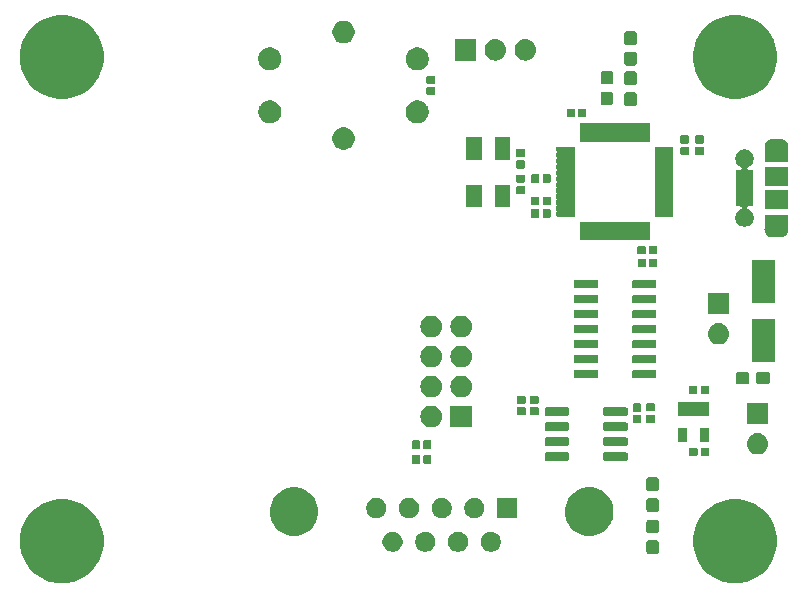
<source format=gbr>
G04 #@! TF.GenerationSoftware,KiCad,Pcbnew,5.1.4+dfsg1-1*
G04 #@! TF.CreationDate,2020-06-04T10:37:17+02:00*
G04 #@! TF.ProjectId,Telemetry,54656c65-6d65-4747-9279-2e6b69636164,rev?*
G04 #@! TF.SameCoordinates,Original*
G04 #@! TF.FileFunction,Soldermask,Top*
G04 #@! TF.FilePolarity,Negative*
%FSLAX46Y46*%
G04 Gerber Fmt 4.6, Leading zero omitted, Abs format (unit mm)*
G04 Created by KiCad (PCBNEW 5.1.4+dfsg1-1) date 2020-06-04 10:37:17*
%MOMM*%
%LPD*%
G04 APERTURE LIST*
%ADD10C,0.100000*%
G04 APERTURE END LIST*
D10*
G36*
X246035787Y-141585462D02*
G01*
X246035790Y-141585463D01*
X246035789Y-141585463D01*
X246682029Y-141853144D01*
X247263631Y-142241758D01*
X247758242Y-142736369D01*
X248146856Y-143317971D01*
X248261541Y-143594845D01*
X248414538Y-143964213D01*
X248551000Y-144650256D01*
X248551000Y-145349744D01*
X248414538Y-146035787D01*
X248414537Y-146035789D01*
X248146856Y-146682029D01*
X247758242Y-147263631D01*
X247263631Y-147758242D01*
X246682029Y-148146856D01*
X246225068Y-148336135D01*
X246035787Y-148414538D01*
X245349744Y-148551000D01*
X244650256Y-148551000D01*
X243964213Y-148414538D01*
X243774932Y-148336135D01*
X243317971Y-148146856D01*
X242736369Y-147758242D01*
X242241758Y-147263631D01*
X241853144Y-146682029D01*
X241585463Y-146035789D01*
X241585462Y-146035787D01*
X241449000Y-145349744D01*
X241449000Y-144650256D01*
X241585462Y-143964213D01*
X241738459Y-143594845D01*
X241853144Y-143317971D01*
X242241758Y-142736369D01*
X242736369Y-142241758D01*
X243317971Y-141853144D01*
X243964211Y-141585463D01*
X243964210Y-141585463D01*
X243964213Y-141585462D01*
X244650256Y-141449000D01*
X245349744Y-141449000D01*
X246035787Y-141585462D01*
X246035787Y-141585462D01*
G37*
G36*
X189035787Y-141585462D02*
G01*
X189035790Y-141585463D01*
X189035789Y-141585463D01*
X189682029Y-141853144D01*
X190263631Y-142241758D01*
X190758242Y-142736369D01*
X191146856Y-143317971D01*
X191261541Y-143594845D01*
X191414538Y-143964213D01*
X191551000Y-144650256D01*
X191551000Y-145349744D01*
X191414538Y-146035787D01*
X191414537Y-146035789D01*
X191146856Y-146682029D01*
X190758242Y-147263631D01*
X190263631Y-147758242D01*
X189682029Y-148146856D01*
X189225068Y-148336135D01*
X189035787Y-148414538D01*
X188349744Y-148551000D01*
X187650256Y-148551000D01*
X186964213Y-148414538D01*
X186774932Y-148336135D01*
X186317971Y-148146856D01*
X185736369Y-147758242D01*
X185241758Y-147263631D01*
X184853144Y-146682029D01*
X184585463Y-146035789D01*
X184585462Y-146035787D01*
X184449000Y-145349744D01*
X184449000Y-144650256D01*
X184585462Y-143964213D01*
X184738459Y-143594845D01*
X184853144Y-143317971D01*
X185241758Y-142736369D01*
X185736369Y-142241758D01*
X186317971Y-141853144D01*
X186964211Y-141585463D01*
X186964210Y-141585463D01*
X186964213Y-141585462D01*
X187650256Y-141449000D01*
X188349744Y-141449000D01*
X189035787Y-141585462D01*
X189035787Y-141585462D01*
G37*
G36*
X238389499Y-144928445D02*
G01*
X238426995Y-144939820D01*
X238461554Y-144958292D01*
X238491847Y-144983153D01*
X238516708Y-145013446D01*
X238535180Y-145048005D01*
X238546555Y-145085501D01*
X238551000Y-145130638D01*
X238551000Y-145869362D01*
X238546555Y-145914499D01*
X238535180Y-145951995D01*
X238516708Y-145986554D01*
X238491847Y-146016847D01*
X238461554Y-146041708D01*
X238426995Y-146060180D01*
X238389499Y-146071555D01*
X238344362Y-146076000D01*
X237705638Y-146076000D01*
X237660501Y-146071555D01*
X237623005Y-146060180D01*
X237588446Y-146041708D01*
X237558153Y-146016847D01*
X237533292Y-145986554D01*
X237514820Y-145951995D01*
X237503445Y-145914499D01*
X237499000Y-145869362D01*
X237499000Y-145130638D01*
X237503445Y-145085501D01*
X237514820Y-145048005D01*
X237533292Y-145013446D01*
X237558153Y-144983153D01*
X237588446Y-144958292D01*
X237623005Y-144939820D01*
X237660501Y-144928445D01*
X237705638Y-144924000D01*
X238344362Y-144924000D01*
X238389499Y-144928445D01*
X238389499Y-144928445D01*
G37*
G36*
X221793228Y-144221703D02*
G01*
X221948100Y-144285853D01*
X222087481Y-144378985D01*
X222206015Y-144497519D01*
X222299147Y-144636900D01*
X222363297Y-144791772D01*
X222396000Y-144956184D01*
X222396000Y-145123816D01*
X222363297Y-145288228D01*
X222299147Y-145443100D01*
X222206015Y-145582481D01*
X222087481Y-145701015D01*
X221948100Y-145794147D01*
X221793228Y-145858297D01*
X221628816Y-145891000D01*
X221461184Y-145891000D01*
X221296772Y-145858297D01*
X221141900Y-145794147D01*
X221002519Y-145701015D01*
X220883985Y-145582481D01*
X220790853Y-145443100D01*
X220726703Y-145288228D01*
X220694000Y-145123816D01*
X220694000Y-144956184D01*
X220726703Y-144791772D01*
X220790853Y-144636900D01*
X220883985Y-144497519D01*
X221002519Y-144378985D01*
X221141900Y-144285853D01*
X221296772Y-144221703D01*
X221461184Y-144189000D01*
X221628816Y-144189000D01*
X221793228Y-144221703D01*
X221793228Y-144221703D01*
G37*
G36*
X219023228Y-144221703D02*
G01*
X219178100Y-144285853D01*
X219317481Y-144378985D01*
X219436015Y-144497519D01*
X219529147Y-144636900D01*
X219593297Y-144791772D01*
X219626000Y-144956184D01*
X219626000Y-145123816D01*
X219593297Y-145288228D01*
X219529147Y-145443100D01*
X219436015Y-145582481D01*
X219317481Y-145701015D01*
X219178100Y-145794147D01*
X219023228Y-145858297D01*
X218858816Y-145891000D01*
X218691184Y-145891000D01*
X218526772Y-145858297D01*
X218371900Y-145794147D01*
X218232519Y-145701015D01*
X218113985Y-145582481D01*
X218020853Y-145443100D01*
X217956703Y-145288228D01*
X217924000Y-145123816D01*
X217924000Y-144956184D01*
X217956703Y-144791772D01*
X218020853Y-144636900D01*
X218113985Y-144497519D01*
X218232519Y-144378985D01*
X218371900Y-144285853D01*
X218526772Y-144221703D01*
X218691184Y-144189000D01*
X218858816Y-144189000D01*
X219023228Y-144221703D01*
X219023228Y-144221703D01*
G37*
G36*
X224563228Y-144221703D02*
G01*
X224718100Y-144285853D01*
X224857481Y-144378985D01*
X224976015Y-144497519D01*
X225069147Y-144636900D01*
X225133297Y-144791772D01*
X225166000Y-144956184D01*
X225166000Y-145123816D01*
X225133297Y-145288228D01*
X225069147Y-145443100D01*
X224976015Y-145582481D01*
X224857481Y-145701015D01*
X224718100Y-145794147D01*
X224563228Y-145858297D01*
X224398816Y-145891000D01*
X224231184Y-145891000D01*
X224066772Y-145858297D01*
X223911900Y-145794147D01*
X223772519Y-145701015D01*
X223653985Y-145582481D01*
X223560853Y-145443100D01*
X223496703Y-145288228D01*
X223464000Y-145123816D01*
X223464000Y-144956184D01*
X223496703Y-144791772D01*
X223560853Y-144636900D01*
X223653985Y-144497519D01*
X223772519Y-144378985D01*
X223911900Y-144285853D01*
X224066772Y-144221703D01*
X224231184Y-144189000D01*
X224398816Y-144189000D01*
X224563228Y-144221703D01*
X224563228Y-144221703D01*
G37*
G36*
X216253228Y-144221703D02*
G01*
X216408100Y-144285853D01*
X216547481Y-144378985D01*
X216666015Y-144497519D01*
X216759147Y-144636900D01*
X216823297Y-144791772D01*
X216856000Y-144956184D01*
X216856000Y-145123816D01*
X216823297Y-145288228D01*
X216759147Y-145443100D01*
X216666015Y-145582481D01*
X216547481Y-145701015D01*
X216408100Y-145794147D01*
X216253228Y-145858297D01*
X216088816Y-145891000D01*
X215921184Y-145891000D01*
X215756772Y-145858297D01*
X215601900Y-145794147D01*
X215462519Y-145701015D01*
X215343985Y-145582481D01*
X215250853Y-145443100D01*
X215186703Y-145288228D01*
X215154000Y-145123816D01*
X215154000Y-144956184D01*
X215186703Y-144791772D01*
X215250853Y-144636900D01*
X215343985Y-144497519D01*
X215462519Y-144378985D01*
X215601900Y-144285853D01*
X215756772Y-144221703D01*
X215921184Y-144189000D01*
X216088816Y-144189000D01*
X216253228Y-144221703D01*
X216253228Y-144221703D01*
G37*
G36*
X208258254Y-140527818D02*
G01*
X208581121Y-140661554D01*
X208631513Y-140682427D01*
X208967436Y-140906884D01*
X209253116Y-141192564D01*
X209435744Y-141465885D01*
X209477574Y-141528489D01*
X209632182Y-141901746D01*
X209711000Y-142297993D01*
X209711000Y-142702007D01*
X209632182Y-143098254D01*
X209515215Y-143380638D01*
X209477573Y-143471513D01*
X209253116Y-143807436D01*
X208967436Y-144093116D01*
X208631513Y-144317573D01*
X208631512Y-144317574D01*
X208631511Y-144317574D01*
X208258254Y-144472182D01*
X207862007Y-144551000D01*
X207457993Y-144551000D01*
X207061746Y-144472182D01*
X206688489Y-144317574D01*
X206688488Y-144317574D01*
X206688487Y-144317573D01*
X206352564Y-144093116D01*
X206066884Y-143807436D01*
X205842427Y-143471513D01*
X205804785Y-143380638D01*
X205687818Y-143098254D01*
X205609000Y-142702007D01*
X205609000Y-142297993D01*
X205687818Y-141901746D01*
X205842426Y-141528489D01*
X205884257Y-141465885D01*
X206066884Y-141192564D01*
X206352564Y-140906884D01*
X206688487Y-140682427D01*
X206738879Y-140661554D01*
X207061746Y-140527818D01*
X207457993Y-140449000D01*
X207862007Y-140449000D01*
X208258254Y-140527818D01*
X208258254Y-140527818D01*
G37*
G36*
X233258254Y-140527818D02*
G01*
X233581121Y-140661554D01*
X233631513Y-140682427D01*
X233967436Y-140906884D01*
X234253116Y-141192564D01*
X234435744Y-141465885D01*
X234477574Y-141528489D01*
X234632182Y-141901746D01*
X234711000Y-142297993D01*
X234711000Y-142702007D01*
X234632182Y-143098254D01*
X234515215Y-143380638D01*
X234477573Y-143471513D01*
X234253116Y-143807436D01*
X233967436Y-144093116D01*
X233631513Y-144317573D01*
X233631512Y-144317574D01*
X233631511Y-144317574D01*
X233258254Y-144472182D01*
X232862007Y-144551000D01*
X232457993Y-144551000D01*
X232061746Y-144472182D01*
X231688489Y-144317574D01*
X231688488Y-144317574D01*
X231688487Y-144317573D01*
X231352564Y-144093116D01*
X231066884Y-143807436D01*
X230842427Y-143471513D01*
X230804785Y-143380638D01*
X230687818Y-143098254D01*
X230609000Y-142702007D01*
X230609000Y-142297993D01*
X230687818Y-141901746D01*
X230842426Y-141528489D01*
X230884257Y-141465885D01*
X231066884Y-141192564D01*
X231352564Y-140906884D01*
X231688487Y-140682427D01*
X231738879Y-140661554D01*
X232061746Y-140527818D01*
X232457993Y-140449000D01*
X232862007Y-140449000D01*
X233258254Y-140527818D01*
X233258254Y-140527818D01*
G37*
G36*
X238389499Y-143178445D02*
G01*
X238426995Y-143189820D01*
X238461554Y-143208292D01*
X238491847Y-143233153D01*
X238516708Y-143263446D01*
X238535180Y-143298005D01*
X238546555Y-143335501D01*
X238551000Y-143380638D01*
X238551000Y-144119362D01*
X238546555Y-144164499D01*
X238535180Y-144201995D01*
X238516708Y-144236554D01*
X238491847Y-144266847D01*
X238461554Y-144291708D01*
X238426995Y-144310180D01*
X238389499Y-144321555D01*
X238344362Y-144326000D01*
X237705638Y-144326000D01*
X237660501Y-144321555D01*
X237623005Y-144310180D01*
X237588446Y-144291708D01*
X237558153Y-144266847D01*
X237533292Y-144236554D01*
X237514820Y-144201995D01*
X237503445Y-144164499D01*
X237499000Y-144119362D01*
X237499000Y-143380638D01*
X237503445Y-143335501D01*
X237514820Y-143298005D01*
X237533292Y-143263446D01*
X237558153Y-143233153D01*
X237588446Y-143208292D01*
X237623005Y-143189820D01*
X237660501Y-143178445D01*
X237705638Y-143174000D01*
X238344362Y-143174000D01*
X238389499Y-143178445D01*
X238389499Y-143178445D01*
G37*
G36*
X217638228Y-141381703D02*
G01*
X217793100Y-141445853D01*
X217932481Y-141538985D01*
X218051015Y-141657519D01*
X218144147Y-141796900D01*
X218208297Y-141951772D01*
X218241000Y-142116184D01*
X218241000Y-142283816D01*
X218208297Y-142448228D01*
X218144147Y-142603100D01*
X218051015Y-142742481D01*
X217932481Y-142861015D01*
X217793100Y-142954147D01*
X217638228Y-143018297D01*
X217473816Y-143051000D01*
X217306184Y-143051000D01*
X217141772Y-143018297D01*
X216986900Y-142954147D01*
X216847519Y-142861015D01*
X216728985Y-142742481D01*
X216635853Y-142603100D01*
X216571703Y-142448228D01*
X216539000Y-142283816D01*
X216539000Y-142116184D01*
X216571703Y-141951772D01*
X216635853Y-141796900D01*
X216728985Y-141657519D01*
X216847519Y-141538985D01*
X216986900Y-141445853D01*
X217141772Y-141381703D01*
X217306184Y-141349000D01*
X217473816Y-141349000D01*
X217638228Y-141381703D01*
X217638228Y-141381703D01*
G37*
G36*
X214868228Y-141381703D02*
G01*
X215023100Y-141445853D01*
X215162481Y-141538985D01*
X215281015Y-141657519D01*
X215374147Y-141796900D01*
X215438297Y-141951772D01*
X215471000Y-142116184D01*
X215471000Y-142283816D01*
X215438297Y-142448228D01*
X215374147Y-142603100D01*
X215281015Y-142742481D01*
X215162481Y-142861015D01*
X215023100Y-142954147D01*
X214868228Y-143018297D01*
X214703816Y-143051000D01*
X214536184Y-143051000D01*
X214371772Y-143018297D01*
X214216900Y-142954147D01*
X214077519Y-142861015D01*
X213958985Y-142742481D01*
X213865853Y-142603100D01*
X213801703Y-142448228D01*
X213769000Y-142283816D01*
X213769000Y-142116184D01*
X213801703Y-141951772D01*
X213865853Y-141796900D01*
X213958985Y-141657519D01*
X214077519Y-141538985D01*
X214216900Y-141445853D01*
X214371772Y-141381703D01*
X214536184Y-141349000D01*
X214703816Y-141349000D01*
X214868228Y-141381703D01*
X214868228Y-141381703D01*
G37*
G36*
X226551000Y-143051000D02*
G01*
X224849000Y-143051000D01*
X224849000Y-141349000D01*
X226551000Y-141349000D01*
X226551000Y-143051000D01*
X226551000Y-143051000D01*
G37*
G36*
X223178228Y-141381703D02*
G01*
X223333100Y-141445853D01*
X223472481Y-141538985D01*
X223591015Y-141657519D01*
X223684147Y-141796900D01*
X223748297Y-141951772D01*
X223781000Y-142116184D01*
X223781000Y-142283816D01*
X223748297Y-142448228D01*
X223684147Y-142603100D01*
X223591015Y-142742481D01*
X223472481Y-142861015D01*
X223333100Y-142954147D01*
X223178228Y-143018297D01*
X223013816Y-143051000D01*
X222846184Y-143051000D01*
X222681772Y-143018297D01*
X222526900Y-142954147D01*
X222387519Y-142861015D01*
X222268985Y-142742481D01*
X222175853Y-142603100D01*
X222111703Y-142448228D01*
X222079000Y-142283816D01*
X222079000Y-142116184D01*
X222111703Y-141951772D01*
X222175853Y-141796900D01*
X222268985Y-141657519D01*
X222387519Y-141538985D01*
X222526900Y-141445853D01*
X222681772Y-141381703D01*
X222846184Y-141349000D01*
X223013816Y-141349000D01*
X223178228Y-141381703D01*
X223178228Y-141381703D01*
G37*
G36*
X220408228Y-141381703D02*
G01*
X220563100Y-141445853D01*
X220702481Y-141538985D01*
X220821015Y-141657519D01*
X220914147Y-141796900D01*
X220978297Y-141951772D01*
X221011000Y-142116184D01*
X221011000Y-142283816D01*
X220978297Y-142448228D01*
X220914147Y-142603100D01*
X220821015Y-142742481D01*
X220702481Y-142861015D01*
X220563100Y-142954147D01*
X220408228Y-143018297D01*
X220243816Y-143051000D01*
X220076184Y-143051000D01*
X219911772Y-143018297D01*
X219756900Y-142954147D01*
X219617519Y-142861015D01*
X219498985Y-142742481D01*
X219405853Y-142603100D01*
X219341703Y-142448228D01*
X219309000Y-142283816D01*
X219309000Y-142116184D01*
X219341703Y-141951772D01*
X219405853Y-141796900D01*
X219498985Y-141657519D01*
X219617519Y-141538985D01*
X219756900Y-141445853D01*
X219911772Y-141381703D01*
X220076184Y-141349000D01*
X220243816Y-141349000D01*
X220408228Y-141381703D01*
X220408228Y-141381703D01*
G37*
G36*
X238389499Y-141353445D02*
G01*
X238426995Y-141364820D01*
X238461554Y-141383292D01*
X238491847Y-141408153D01*
X238516708Y-141438446D01*
X238535180Y-141473005D01*
X238546555Y-141510501D01*
X238551000Y-141555638D01*
X238551000Y-142294362D01*
X238546555Y-142339499D01*
X238535180Y-142376995D01*
X238516708Y-142411554D01*
X238491847Y-142441847D01*
X238461554Y-142466708D01*
X238426995Y-142485180D01*
X238389499Y-142496555D01*
X238344362Y-142501000D01*
X237705638Y-142501000D01*
X237660501Y-142496555D01*
X237623005Y-142485180D01*
X237588446Y-142466708D01*
X237558153Y-142441847D01*
X237533292Y-142411554D01*
X237514820Y-142376995D01*
X237503445Y-142339499D01*
X237499000Y-142294362D01*
X237499000Y-141555638D01*
X237503445Y-141510501D01*
X237514820Y-141473005D01*
X237533292Y-141438446D01*
X237558153Y-141408153D01*
X237588446Y-141383292D01*
X237623005Y-141364820D01*
X237660501Y-141353445D01*
X237705638Y-141349000D01*
X238344362Y-141349000D01*
X238389499Y-141353445D01*
X238389499Y-141353445D01*
G37*
G36*
X238389499Y-139603445D02*
G01*
X238426995Y-139614820D01*
X238461554Y-139633292D01*
X238491847Y-139658153D01*
X238516708Y-139688446D01*
X238535180Y-139723005D01*
X238546555Y-139760501D01*
X238551000Y-139805638D01*
X238551000Y-140544362D01*
X238546555Y-140589499D01*
X238535180Y-140626995D01*
X238516708Y-140661554D01*
X238491847Y-140691847D01*
X238461554Y-140716708D01*
X238426995Y-140735180D01*
X238389499Y-140746555D01*
X238344362Y-140751000D01*
X237705638Y-140751000D01*
X237660501Y-140746555D01*
X237623005Y-140735180D01*
X237588446Y-140716708D01*
X237558153Y-140691847D01*
X237533292Y-140661554D01*
X237514820Y-140626995D01*
X237503445Y-140589499D01*
X237499000Y-140544362D01*
X237499000Y-139805638D01*
X237503445Y-139760501D01*
X237514820Y-139723005D01*
X237533292Y-139688446D01*
X237558153Y-139658153D01*
X237588446Y-139633292D01*
X237623005Y-139614820D01*
X237660501Y-139603445D01*
X237705638Y-139599000D01*
X238344362Y-139599000D01*
X238389499Y-139603445D01*
X238389499Y-139603445D01*
G37*
G36*
X218236938Y-137706716D02*
G01*
X218257557Y-137712971D01*
X218276553Y-137723124D01*
X218293208Y-137736792D01*
X218306876Y-137753447D01*
X218317029Y-137772443D01*
X218323284Y-137793062D01*
X218326000Y-137820640D01*
X218326000Y-138329360D01*
X218323284Y-138356938D01*
X218317029Y-138377557D01*
X218306876Y-138396553D01*
X218293208Y-138413208D01*
X218276553Y-138426876D01*
X218257557Y-138437029D01*
X218236938Y-138443284D01*
X218209360Y-138446000D01*
X217750640Y-138446000D01*
X217723062Y-138443284D01*
X217702443Y-138437029D01*
X217683447Y-138426876D01*
X217666792Y-138413208D01*
X217653124Y-138396553D01*
X217642971Y-138377557D01*
X217636716Y-138356938D01*
X217634000Y-138329360D01*
X217634000Y-137820640D01*
X217636716Y-137793062D01*
X217642971Y-137772443D01*
X217653124Y-137753447D01*
X217666792Y-137736792D01*
X217683447Y-137723124D01*
X217702443Y-137712971D01*
X217723062Y-137706716D01*
X217750640Y-137704000D01*
X218209360Y-137704000D01*
X218236938Y-137706716D01*
X218236938Y-137706716D01*
G37*
G36*
X219206938Y-137706716D02*
G01*
X219227557Y-137712971D01*
X219246553Y-137723124D01*
X219263208Y-137736792D01*
X219276876Y-137753447D01*
X219287029Y-137772443D01*
X219293284Y-137793062D01*
X219296000Y-137820640D01*
X219296000Y-138329360D01*
X219293284Y-138356938D01*
X219287029Y-138377557D01*
X219276876Y-138396553D01*
X219263208Y-138413208D01*
X219246553Y-138426876D01*
X219227557Y-138437029D01*
X219206938Y-138443284D01*
X219179360Y-138446000D01*
X218720640Y-138446000D01*
X218693062Y-138443284D01*
X218672443Y-138437029D01*
X218653447Y-138426876D01*
X218636792Y-138413208D01*
X218623124Y-138396553D01*
X218612971Y-138377557D01*
X218606716Y-138356938D01*
X218604000Y-138329360D01*
X218604000Y-137820640D01*
X218606716Y-137793062D01*
X218612971Y-137772443D01*
X218623124Y-137753447D01*
X218636792Y-137736792D01*
X218653447Y-137723124D01*
X218672443Y-137712971D01*
X218693062Y-137706716D01*
X218720640Y-137704000D01*
X219179360Y-137704000D01*
X219206938Y-137706716D01*
X219206938Y-137706716D01*
G37*
G36*
X235809928Y-137481764D02*
G01*
X235831009Y-137488160D01*
X235850445Y-137498548D01*
X235867476Y-137512524D01*
X235881452Y-137529555D01*
X235891840Y-137548991D01*
X235898236Y-137570072D01*
X235901000Y-137598140D01*
X235901000Y-138061860D01*
X235898236Y-138089928D01*
X235891840Y-138111009D01*
X235881452Y-138130445D01*
X235867476Y-138147476D01*
X235850445Y-138161452D01*
X235831009Y-138171840D01*
X235809928Y-138178236D01*
X235781860Y-138181000D01*
X233968140Y-138181000D01*
X233940072Y-138178236D01*
X233918991Y-138171840D01*
X233899555Y-138161452D01*
X233882524Y-138147476D01*
X233868548Y-138130445D01*
X233858160Y-138111009D01*
X233851764Y-138089928D01*
X233849000Y-138061860D01*
X233849000Y-137598140D01*
X233851764Y-137570072D01*
X233858160Y-137548991D01*
X233868548Y-137529555D01*
X233882524Y-137512524D01*
X233899555Y-137498548D01*
X233918991Y-137488160D01*
X233940072Y-137481764D01*
X233968140Y-137479000D01*
X235781860Y-137479000D01*
X235809928Y-137481764D01*
X235809928Y-137481764D01*
G37*
G36*
X230859928Y-137481764D02*
G01*
X230881009Y-137488160D01*
X230900445Y-137498548D01*
X230917476Y-137512524D01*
X230931452Y-137529555D01*
X230941840Y-137548991D01*
X230948236Y-137570072D01*
X230951000Y-137598140D01*
X230951000Y-138061860D01*
X230948236Y-138089928D01*
X230941840Y-138111009D01*
X230931452Y-138130445D01*
X230917476Y-138147476D01*
X230900445Y-138161452D01*
X230881009Y-138171840D01*
X230859928Y-138178236D01*
X230831860Y-138181000D01*
X229018140Y-138181000D01*
X228990072Y-138178236D01*
X228968991Y-138171840D01*
X228949555Y-138161452D01*
X228932524Y-138147476D01*
X228918548Y-138130445D01*
X228908160Y-138111009D01*
X228901764Y-138089928D01*
X228899000Y-138061860D01*
X228899000Y-137598140D01*
X228901764Y-137570072D01*
X228908160Y-137548991D01*
X228918548Y-137529555D01*
X228932524Y-137512524D01*
X228949555Y-137498548D01*
X228968991Y-137488160D01*
X228990072Y-137481764D01*
X229018140Y-137479000D01*
X230831860Y-137479000D01*
X230859928Y-137481764D01*
X230859928Y-137481764D01*
G37*
G36*
X242706938Y-137081716D02*
G01*
X242727557Y-137087971D01*
X242746553Y-137098124D01*
X242763208Y-137111792D01*
X242776876Y-137128447D01*
X242787029Y-137147443D01*
X242793284Y-137168062D01*
X242796000Y-137195640D01*
X242796000Y-137704360D01*
X242793284Y-137731938D01*
X242787029Y-137752557D01*
X242776876Y-137771553D01*
X242763208Y-137788208D01*
X242746553Y-137801876D01*
X242727557Y-137812029D01*
X242706938Y-137818284D01*
X242679360Y-137821000D01*
X242220640Y-137821000D01*
X242193062Y-137818284D01*
X242172443Y-137812029D01*
X242153447Y-137801876D01*
X242136792Y-137788208D01*
X242123124Y-137771553D01*
X242112971Y-137752557D01*
X242106716Y-137731938D01*
X242104000Y-137704360D01*
X242104000Y-137195640D01*
X242106716Y-137168062D01*
X242112971Y-137147443D01*
X242123124Y-137128447D01*
X242136792Y-137111792D01*
X242153447Y-137098124D01*
X242172443Y-137087971D01*
X242193062Y-137081716D01*
X242220640Y-137079000D01*
X242679360Y-137079000D01*
X242706938Y-137081716D01*
X242706938Y-137081716D01*
G37*
G36*
X241736938Y-137081716D02*
G01*
X241757557Y-137087971D01*
X241776553Y-137098124D01*
X241793208Y-137111792D01*
X241806876Y-137128447D01*
X241817029Y-137147443D01*
X241823284Y-137168062D01*
X241826000Y-137195640D01*
X241826000Y-137704360D01*
X241823284Y-137731938D01*
X241817029Y-137752557D01*
X241806876Y-137771553D01*
X241793208Y-137788208D01*
X241776553Y-137801876D01*
X241757557Y-137812029D01*
X241736938Y-137818284D01*
X241709360Y-137821000D01*
X241250640Y-137821000D01*
X241223062Y-137818284D01*
X241202443Y-137812029D01*
X241183447Y-137801876D01*
X241166792Y-137788208D01*
X241153124Y-137771553D01*
X241142971Y-137752557D01*
X241136716Y-137731938D01*
X241134000Y-137704360D01*
X241134000Y-137195640D01*
X241136716Y-137168062D01*
X241142971Y-137147443D01*
X241153124Y-137128447D01*
X241166792Y-137111792D01*
X241183447Y-137098124D01*
X241202443Y-137087971D01*
X241223062Y-137081716D01*
X241250640Y-137079000D01*
X241709360Y-137079000D01*
X241736938Y-137081716D01*
X241736938Y-137081716D01*
G37*
G36*
X247010443Y-135845519D02*
G01*
X247076627Y-135852037D01*
X247246466Y-135903557D01*
X247402991Y-135987222D01*
X247438729Y-136016552D01*
X247540186Y-136099814D01*
X247623448Y-136201271D01*
X247652778Y-136237009D01*
X247736443Y-136393534D01*
X247787963Y-136563373D01*
X247805359Y-136740000D01*
X247787963Y-136916627D01*
X247737699Y-137082324D01*
X247736442Y-137086468D01*
X247733395Y-137092169D01*
X247652778Y-137242991D01*
X247645384Y-137252000D01*
X247540186Y-137380186D01*
X247438729Y-137463448D01*
X247402991Y-137492778D01*
X247246466Y-137576443D01*
X247076627Y-137627963D01*
X247010443Y-137634481D01*
X246944260Y-137641000D01*
X246855740Y-137641000D01*
X246789557Y-137634481D01*
X246723373Y-137627963D01*
X246553534Y-137576443D01*
X246397009Y-137492778D01*
X246361271Y-137463448D01*
X246259814Y-137380186D01*
X246154616Y-137252000D01*
X246147222Y-137242991D01*
X246066605Y-137092169D01*
X246063558Y-137086468D01*
X246062301Y-137082324D01*
X246012037Y-136916627D01*
X245994641Y-136740000D01*
X246012037Y-136563373D01*
X246063557Y-136393534D01*
X246147222Y-136237009D01*
X246176552Y-136201271D01*
X246259814Y-136099814D01*
X246361271Y-136016552D01*
X246397009Y-135987222D01*
X246553534Y-135903557D01*
X246723373Y-135852037D01*
X246789557Y-135845519D01*
X246855740Y-135839000D01*
X246944260Y-135839000D01*
X247010443Y-135845519D01*
X247010443Y-135845519D01*
G37*
G36*
X219206938Y-136456716D02*
G01*
X219227557Y-136462971D01*
X219246553Y-136473124D01*
X219263208Y-136486792D01*
X219276876Y-136503447D01*
X219287029Y-136522443D01*
X219293284Y-136543062D01*
X219296000Y-136570640D01*
X219296000Y-137079360D01*
X219293284Y-137106938D01*
X219287029Y-137127557D01*
X219276876Y-137146553D01*
X219263208Y-137163208D01*
X219246553Y-137176876D01*
X219227557Y-137187029D01*
X219206938Y-137193284D01*
X219179360Y-137196000D01*
X218720640Y-137196000D01*
X218693062Y-137193284D01*
X218672443Y-137187029D01*
X218653447Y-137176876D01*
X218636792Y-137163208D01*
X218623124Y-137146553D01*
X218612971Y-137127557D01*
X218606716Y-137106938D01*
X218604000Y-137079360D01*
X218604000Y-136570640D01*
X218606716Y-136543062D01*
X218612971Y-136522443D01*
X218623124Y-136503447D01*
X218636792Y-136486792D01*
X218653447Y-136473124D01*
X218672443Y-136462971D01*
X218693062Y-136456716D01*
X218720640Y-136454000D01*
X219179360Y-136454000D01*
X219206938Y-136456716D01*
X219206938Y-136456716D01*
G37*
G36*
X218236938Y-136456716D02*
G01*
X218257557Y-136462971D01*
X218276553Y-136473124D01*
X218293208Y-136486792D01*
X218306876Y-136503447D01*
X218317029Y-136522443D01*
X218323284Y-136543062D01*
X218326000Y-136570640D01*
X218326000Y-137079360D01*
X218323284Y-137106938D01*
X218317029Y-137127557D01*
X218306876Y-137146553D01*
X218293208Y-137163208D01*
X218276553Y-137176876D01*
X218257557Y-137187029D01*
X218236938Y-137193284D01*
X218209360Y-137196000D01*
X217750640Y-137196000D01*
X217723062Y-137193284D01*
X217702443Y-137187029D01*
X217683447Y-137176876D01*
X217666792Y-137163208D01*
X217653124Y-137146553D01*
X217642971Y-137127557D01*
X217636716Y-137106938D01*
X217634000Y-137079360D01*
X217634000Y-136570640D01*
X217636716Y-136543062D01*
X217642971Y-136522443D01*
X217653124Y-136503447D01*
X217666792Y-136486792D01*
X217683447Y-136473124D01*
X217702443Y-136462971D01*
X217723062Y-136456716D01*
X217750640Y-136454000D01*
X218209360Y-136454000D01*
X218236938Y-136456716D01*
X218236938Y-136456716D01*
G37*
G36*
X235809928Y-136211764D02*
G01*
X235831009Y-136218160D01*
X235850445Y-136228548D01*
X235867476Y-136242524D01*
X235881452Y-136259555D01*
X235891840Y-136278991D01*
X235898236Y-136300072D01*
X235901000Y-136328140D01*
X235901000Y-136791860D01*
X235898236Y-136819928D01*
X235891840Y-136841009D01*
X235881452Y-136860445D01*
X235867476Y-136877476D01*
X235850445Y-136891452D01*
X235831009Y-136901840D01*
X235809928Y-136908236D01*
X235781860Y-136911000D01*
X233968140Y-136911000D01*
X233940072Y-136908236D01*
X233918991Y-136901840D01*
X233899555Y-136891452D01*
X233882524Y-136877476D01*
X233868548Y-136860445D01*
X233858160Y-136841009D01*
X233851764Y-136819928D01*
X233849000Y-136791860D01*
X233849000Y-136328140D01*
X233851764Y-136300072D01*
X233858160Y-136278991D01*
X233868548Y-136259555D01*
X233882524Y-136242524D01*
X233899555Y-136228548D01*
X233918991Y-136218160D01*
X233940072Y-136211764D01*
X233968140Y-136209000D01*
X235781860Y-136209000D01*
X235809928Y-136211764D01*
X235809928Y-136211764D01*
G37*
G36*
X230859928Y-136211764D02*
G01*
X230881009Y-136218160D01*
X230900445Y-136228548D01*
X230917476Y-136242524D01*
X230931452Y-136259555D01*
X230941840Y-136278991D01*
X230948236Y-136300072D01*
X230951000Y-136328140D01*
X230951000Y-136791860D01*
X230948236Y-136819928D01*
X230941840Y-136841009D01*
X230931452Y-136860445D01*
X230917476Y-136877476D01*
X230900445Y-136891452D01*
X230881009Y-136901840D01*
X230859928Y-136908236D01*
X230831860Y-136911000D01*
X229018140Y-136911000D01*
X228990072Y-136908236D01*
X228968991Y-136901840D01*
X228949555Y-136891452D01*
X228932524Y-136877476D01*
X228918548Y-136860445D01*
X228908160Y-136841009D01*
X228901764Y-136819928D01*
X228899000Y-136791860D01*
X228899000Y-136328140D01*
X228901764Y-136300072D01*
X228908160Y-136278991D01*
X228918548Y-136259555D01*
X228932524Y-136242524D01*
X228949555Y-136228548D01*
X228968991Y-136218160D01*
X228990072Y-136211764D01*
X229018140Y-136209000D01*
X230831860Y-136209000D01*
X230859928Y-136211764D01*
X230859928Y-136211764D01*
G37*
G36*
X240926000Y-136581000D02*
G01*
X240174000Y-136581000D01*
X240174000Y-135419000D01*
X240926000Y-135419000D01*
X240926000Y-136581000D01*
X240926000Y-136581000D01*
G37*
G36*
X242826000Y-136581000D02*
G01*
X242074000Y-136581000D01*
X242074000Y-135419000D01*
X242826000Y-135419000D01*
X242826000Y-136581000D01*
X242826000Y-136581000D01*
G37*
G36*
X230859928Y-134941764D02*
G01*
X230881009Y-134948160D01*
X230900445Y-134958548D01*
X230917476Y-134972524D01*
X230931452Y-134989555D01*
X230941840Y-135008991D01*
X230948236Y-135030072D01*
X230951000Y-135058140D01*
X230951000Y-135521860D01*
X230948236Y-135549928D01*
X230941840Y-135571009D01*
X230931452Y-135590445D01*
X230917476Y-135607476D01*
X230900445Y-135621452D01*
X230881009Y-135631840D01*
X230859928Y-135638236D01*
X230831860Y-135641000D01*
X229018140Y-135641000D01*
X228990072Y-135638236D01*
X228968991Y-135631840D01*
X228949555Y-135621452D01*
X228932524Y-135607476D01*
X228918548Y-135590445D01*
X228908160Y-135571009D01*
X228901764Y-135549928D01*
X228899000Y-135521860D01*
X228899000Y-135058140D01*
X228901764Y-135030072D01*
X228908160Y-135008991D01*
X228918548Y-134989555D01*
X228932524Y-134972524D01*
X228949555Y-134958548D01*
X228968991Y-134948160D01*
X228990072Y-134941764D01*
X229018140Y-134939000D01*
X230831860Y-134939000D01*
X230859928Y-134941764D01*
X230859928Y-134941764D01*
G37*
G36*
X235809928Y-134941764D02*
G01*
X235831009Y-134948160D01*
X235850445Y-134958548D01*
X235867476Y-134972524D01*
X235881452Y-134989555D01*
X235891840Y-135008991D01*
X235898236Y-135030072D01*
X235901000Y-135058140D01*
X235901000Y-135521860D01*
X235898236Y-135549928D01*
X235891840Y-135571009D01*
X235881452Y-135590445D01*
X235867476Y-135607476D01*
X235850445Y-135621452D01*
X235831009Y-135631840D01*
X235809928Y-135638236D01*
X235781860Y-135641000D01*
X233968140Y-135641000D01*
X233940072Y-135638236D01*
X233918991Y-135631840D01*
X233899555Y-135621452D01*
X233882524Y-135607476D01*
X233868548Y-135590445D01*
X233858160Y-135571009D01*
X233851764Y-135549928D01*
X233849000Y-135521860D01*
X233849000Y-135058140D01*
X233851764Y-135030072D01*
X233858160Y-135008991D01*
X233868548Y-134989555D01*
X233882524Y-134972524D01*
X233899555Y-134958548D01*
X233918991Y-134948160D01*
X233940072Y-134941764D01*
X233968140Y-134939000D01*
X235781860Y-134939000D01*
X235809928Y-134941764D01*
X235809928Y-134941764D01*
G37*
G36*
X222736600Y-135354600D02*
G01*
X220907400Y-135354600D01*
X220907400Y-133525400D01*
X222736600Y-133525400D01*
X222736600Y-135354600D01*
X222736600Y-135354600D01*
G37*
G36*
X219461294Y-133538633D02*
G01*
X219633695Y-133590931D01*
X219792583Y-133675858D01*
X219931849Y-133790151D01*
X220046142Y-133929417D01*
X220131069Y-134088305D01*
X220183367Y-134260706D01*
X220201025Y-134440000D01*
X220183367Y-134619294D01*
X220131069Y-134791695D01*
X220046142Y-134950583D01*
X219931849Y-135089849D01*
X219792583Y-135204142D01*
X219633695Y-135289069D01*
X219461294Y-135341367D01*
X219326931Y-135354600D01*
X219237069Y-135354600D01*
X219102706Y-135341367D01*
X218930305Y-135289069D01*
X218771417Y-135204142D01*
X218632151Y-135089849D01*
X218517858Y-134950583D01*
X218432931Y-134791695D01*
X218380633Y-134619294D01*
X218362975Y-134440000D01*
X218380633Y-134260706D01*
X218432931Y-134088305D01*
X218517858Y-133929417D01*
X218632151Y-133790151D01*
X218771417Y-133675858D01*
X218930305Y-133590931D01*
X219102706Y-133538633D01*
X219237069Y-133525400D01*
X219326931Y-133525400D01*
X219461294Y-133538633D01*
X219461294Y-133538633D01*
G37*
G36*
X247801000Y-135101000D02*
G01*
X245999000Y-135101000D01*
X245999000Y-133299000D01*
X247801000Y-133299000D01*
X247801000Y-135101000D01*
X247801000Y-135101000D01*
G37*
G36*
X236981938Y-134306716D02*
G01*
X237002557Y-134312971D01*
X237021553Y-134323124D01*
X237038208Y-134336792D01*
X237051876Y-134353447D01*
X237062029Y-134372443D01*
X237068284Y-134393062D01*
X237071000Y-134420640D01*
X237071000Y-134879360D01*
X237068284Y-134906938D01*
X237062029Y-134927557D01*
X237051876Y-134946553D01*
X237038208Y-134963208D01*
X237021553Y-134976876D01*
X237002557Y-134987029D01*
X236981938Y-134993284D01*
X236954360Y-134996000D01*
X236445640Y-134996000D01*
X236418062Y-134993284D01*
X236397443Y-134987029D01*
X236378447Y-134976876D01*
X236361792Y-134963208D01*
X236348124Y-134946553D01*
X236337971Y-134927557D01*
X236331716Y-134906938D01*
X236329000Y-134879360D01*
X236329000Y-134420640D01*
X236331716Y-134393062D01*
X236337971Y-134372443D01*
X236348124Y-134353447D01*
X236361792Y-134336792D01*
X236378447Y-134323124D01*
X236397443Y-134312971D01*
X236418062Y-134306716D01*
X236445640Y-134304000D01*
X236954360Y-134304000D01*
X236981938Y-134306716D01*
X236981938Y-134306716D01*
G37*
G36*
X238131938Y-134291716D02*
G01*
X238152557Y-134297971D01*
X238171553Y-134308124D01*
X238188208Y-134321792D01*
X238201876Y-134338447D01*
X238212029Y-134357443D01*
X238218284Y-134378062D01*
X238221000Y-134405640D01*
X238221000Y-134864360D01*
X238218284Y-134891938D01*
X238212029Y-134912557D01*
X238201876Y-134931553D01*
X238188208Y-134948208D01*
X238171553Y-134961876D01*
X238152557Y-134972029D01*
X238131938Y-134978284D01*
X238104360Y-134981000D01*
X237595640Y-134981000D01*
X237568062Y-134978284D01*
X237547443Y-134972029D01*
X237528447Y-134961876D01*
X237511792Y-134948208D01*
X237498124Y-134931553D01*
X237487971Y-134912557D01*
X237481716Y-134891938D01*
X237479000Y-134864360D01*
X237479000Y-134405640D01*
X237481716Y-134378062D01*
X237487971Y-134357443D01*
X237498124Y-134338447D01*
X237511792Y-134321792D01*
X237528447Y-134308124D01*
X237547443Y-134297971D01*
X237568062Y-134291716D01*
X237595640Y-134289000D01*
X238104360Y-134289000D01*
X238131938Y-134291716D01*
X238131938Y-134291716D01*
G37*
G36*
X242826000Y-134381000D02*
G01*
X240174000Y-134381000D01*
X240174000Y-133219000D01*
X242826000Y-133219000D01*
X242826000Y-134381000D01*
X242826000Y-134381000D01*
G37*
G36*
X230859928Y-133671764D02*
G01*
X230881009Y-133678160D01*
X230900445Y-133688548D01*
X230917476Y-133702524D01*
X230931452Y-133719555D01*
X230941840Y-133738991D01*
X230948236Y-133760072D01*
X230951000Y-133788140D01*
X230951000Y-134251860D01*
X230948236Y-134279928D01*
X230941840Y-134301009D01*
X230931452Y-134320445D01*
X230917476Y-134337476D01*
X230900445Y-134351452D01*
X230881009Y-134361840D01*
X230859928Y-134368236D01*
X230831860Y-134371000D01*
X229018140Y-134371000D01*
X228990072Y-134368236D01*
X228968991Y-134361840D01*
X228949555Y-134351452D01*
X228932524Y-134337476D01*
X228918548Y-134320445D01*
X228908160Y-134301009D01*
X228901764Y-134279928D01*
X228899000Y-134251860D01*
X228899000Y-133788140D01*
X228901764Y-133760072D01*
X228908160Y-133738991D01*
X228918548Y-133719555D01*
X228932524Y-133702524D01*
X228949555Y-133688548D01*
X228968991Y-133678160D01*
X228990072Y-133671764D01*
X229018140Y-133669000D01*
X230831860Y-133669000D01*
X230859928Y-133671764D01*
X230859928Y-133671764D01*
G37*
G36*
X235809928Y-133671764D02*
G01*
X235831009Y-133678160D01*
X235850445Y-133688548D01*
X235867476Y-133702524D01*
X235881452Y-133719555D01*
X235891840Y-133738991D01*
X235898236Y-133760072D01*
X235901000Y-133788140D01*
X235901000Y-134251860D01*
X235898236Y-134279928D01*
X235891840Y-134301009D01*
X235881452Y-134320445D01*
X235867476Y-134337476D01*
X235850445Y-134351452D01*
X235831009Y-134361840D01*
X235809928Y-134368236D01*
X235781860Y-134371000D01*
X233968140Y-134371000D01*
X233940072Y-134368236D01*
X233918991Y-134361840D01*
X233899555Y-134351452D01*
X233882524Y-134337476D01*
X233868548Y-134320445D01*
X233858160Y-134301009D01*
X233851764Y-134279928D01*
X233849000Y-134251860D01*
X233849000Y-133788140D01*
X233851764Y-133760072D01*
X233858160Y-133738991D01*
X233868548Y-133719555D01*
X233882524Y-133702524D01*
X233899555Y-133688548D01*
X233918991Y-133678160D01*
X233940072Y-133671764D01*
X233968140Y-133669000D01*
X235781860Y-133669000D01*
X235809928Y-133671764D01*
X235809928Y-133671764D01*
G37*
G36*
X227181938Y-133656716D02*
G01*
X227202557Y-133662971D01*
X227221553Y-133673124D01*
X227238208Y-133686792D01*
X227251876Y-133703447D01*
X227262029Y-133722443D01*
X227268284Y-133743062D01*
X227271000Y-133770640D01*
X227271000Y-134229360D01*
X227268284Y-134256938D01*
X227262029Y-134277557D01*
X227251876Y-134296553D01*
X227238208Y-134313208D01*
X227221553Y-134326876D01*
X227202557Y-134337029D01*
X227181938Y-134343284D01*
X227154360Y-134346000D01*
X226645640Y-134346000D01*
X226618062Y-134343284D01*
X226597443Y-134337029D01*
X226578447Y-134326876D01*
X226561792Y-134313208D01*
X226548124Y-134296553D01*
X226537971Y-134277557D01*
X226531716Y-134256938D01*
X226529000Y-134229360D01*
X226529000Y-133770640D01*
X226531716Y-133743062D01*
X226537971Y-133722443D01*
X226548124Y-133703447D01*
X226561792Y-133686792D01*
X226578447Y-133673124D01*
X226597443Y-133662971D01*
X226618062Y-133656716D01*
X226645640Y-133654000D01*
X227154360Y-133654000D01*
X227181938Y-133656716D01*
X227181938Y-133656716D01*
G37*
G36*
X228281938Y-133656716D02*
G01*
X228302557Y-133662971D01*
X228321553Y-133673124D01*
X228338208Y-133686792D01*
X228351876Y-133703447D01*
X228362029Y-133722443D01*
X228368284Y-133743062D01*
X228371000Y-133770640D01*
X228371000Y-134229360D01*
X228368284Y-134256938D01*
X228362029Y-134277557D01*
X228351876Y-134296553D01*
X228338208Y-134313208D01*
X228321553Y-134326876D01*
X228302557Y-134337029D01*
X228281938Y-134343284D01*
X228254360Y-134346000D01*
X227745640Y-134346000D01*
X227718062Y-134343284D01*
X227697443Y-134337029D01*
X227678447Y-134326876D01*
X227661792Y-134313208D01*
X227648124Y-134296553D01*
X227637971Y-134277557D01*
X227631716Y-134256938D01*
X227629000Y-134229360D01*
X227629000Y-133770640D01*
X227631716Y-133743062D01*
X227637971Y-133722443D01*
X227648124Y-133703447D01*
X227661792Y-133686792D01*
X227678447Y-133673124D01*
X227697443Y-133662971D01*
X227718062Y-133656716D01*
X227745640Y-133654000D01*
X228254360Y-133654000D01*
X228281938Y-133656716D01*
X228281938Y-133656716D01*
G37*
G36*
X236981938Y-133336716D02*
G01*
X237002557Y-133342971D01*
X237021553Y-133353124D01*
X237038208Y-133366792D01*
X237051876Y-133383447D01*
X237062029Y-133402443D01*
X237068284Y-133423062D01*
X237071000Y-133450640D01*
X237071000Y-133909360D01*
X237068284Y-133936938D01*
X237062029Y-133957557D01*
X237051876Y-133976553D01*
X237038208Y-133993208D01*
X237021553Y-134006876D01*
X237002557Y-134017029D01*
X236981938Y-134023284D01*
X236954360Y-134026000D01*
X236445640Y-134026000D01*
X236418062Y-134023284D01*
X236397443Y-134017029D01*
X236378447Y-134006876D01*
X236361792Y-133993208D01*
X236348124Y-133976553D01*
X236337971Y-133957557D01*
X236331716Y-133936938D01*
X236329000Y-133909360D01*
X236329000Y-133450640D01*
X236331716Y-133423062D01*
X236337971Y-133402443D01*
X236348124Y-133383447D01*
X236361792Y-133366792D01*
X236378447Y-133353124D01*
X236397443Y-133342971D01*
X236418062Y-133336716D01*
X236445640Y-133334000D01*
X236954360Y-133334000D01*
X236981938Y-133336716D01*
X236981938Y-133336716D01*
G37*
G36*
X238131938Y-133321716D02*
G01*
X238152557Y-133327971D01*
X238171553Y-133338124D01*
X238188208Y-133351792D01*
X238201876Y-133368447D01*
X238212029Y-133387443D01*
X238218284Y-133408062D01*
X238221000Y-133435640D01*
X238221000Y-133894360D01*
X238218284Y-133921938D01*
X238212029Y-133942557D01*
X238201876Y-133961553D01*
X238188208Y-133978208D01*
X238171553Y-133991876D01*
X238152557Y-134002029D01*
X238131938Y-134008284D01*
X238104360Y-134011000D01*
X237595640Y-134011000D01*
X237568062Y-134008284D01*
X237547443Y-134002029D01*
X237528447Y-133991876D01*
X237511792Y-133978208D01*
X237498124Y-133961553D01*
X237487971Y-133942557D01*
X237481716Y-133921938D01*
X237479000Y-133894360D01*
X237479000Y-133435640D01*
X237481716Y-133408062D01*
X237487971Y-133387443D01*
X237498124Y-133368447D01*
X237511792Y-133351792D01*
X237528447Y-133338124D01*
X237547443Y-133327971D01*
X237568062Y-133321716D01*
X237595640Y-133319000D01*
X238104360Y-133319000D01*
X238131938Y-133321716D01*
X238131938Y-133321716D01*
G37*
G36*
X228281938Y-132686716D02*
G01*
X228302557Y-132692971D01*
X228321553Y-132703124D01*
X228338208Y-132716792D01*
X228351876Y-132733447D01*
X228362029Y-132752443D01*
X228368284Y-132773062D01*
X228371000Y-132800640D01*
X228371000Y-133259360D01*
X228368284Y-133286938D01*
X228362029Y-133307557D01*
X228351876Y-133326553D01*
X228338208Y-133343208D01*
X228321553Y-133356876D01*
X228302557Y-133367029D01*
X228281938Y-133373284D01*
X228254360Y-133376000D01*
X227745640Y-133376000D01*
X227718062Y-133373284D01*
X227697443Y-133367029D01*
X227678447Y-133356876D01*
X227661792Y-133343208D01*
X227648124Y-133326553D01*
X227637971Y-133307557D01*
X227631716Y-133286938D01*
X227629000Y-133259360D01*
X227629000Y-132800640D01*
X227631716Y-132773062D01*
X227637971Y-132752443D01*
X227648124Y-132733447D01*
X227661792Y-132716792D01*
X227678447Y-132703124D01*
X227697443Y-132692971D01*
X227718062Y-132686716D01*
X227745640Y-132684000D01*
X228254360Y-132684000D01*
X228281938Y-132686716D01*
X228281938Y-132686716D01*
G37*
G36*
X227181938Y-132686716D02*
G01*
X227202557Y-132692971D01*
X227221553Y-132703124D01*
X227238208Y-132716792D01*
X227251876Y-132733447D01*
X227262029Y-132752443D01*
X227268284Y-132773062D01*
X227271000Y-132800640D01*
X227271000Y-133259360D01*
X227268284Y-133286938D01*
X227262029Y-133307557D01*
X227251876Y-133326553D01*
X227238208Y-133343208D01*
X227221553Y-133356876D01*
X227202557Y-133367029D01*
X227181938Y-133373284D01*
X227154360Y-133376000D01*
X226645640Y-133376000D01*
X226618062Y-133373284D01*
X226597443Y-133367029D01*
X226578447Y-133356876D01*
X226561792Y-133343208D01*
X226548124Y-133326553D01*
X226537971Y-133307557D01*
X226531716Y-133286938D01*
X226529000Y-133259360D01*
X226529000Y-132800640D01*
X226531716Y-132773062D01*
X226537971Y-132752443D01*
X226548124Y-132733447D01*
X226561792Y-132716792D01*
X226578447Y-132703124D01*
X226597443Y-132692971D01*
X226618062Y-132686716D01*
X226645640Y-132684000D01*
X227154360Y-132684000D01*
X227181938Y-132686716D01*
X227181938Y-132686716D01*
G37*
G36*
X219461294Y-130998633D02*
G01*
X219633695Y-131050931D01*
X219792583Y-131135858D01*
X219931849Y-131250151D01*
X220046142Y-131389417D01*
X220131069Y-131548305D01*
X220183367Y-131720706D01*
X220201025Y-131900000D01*
X220183367Y-132079294D01*
X220131069Y-132251695D01*
X220046142Y-132410583D01*
X219931849Y-132549849D01*
X219792583Y-132664142D01*
X219633695Y-132749069D01*
X219461294Y-132801367D01*
X219326931Y-132814600D01*
X219237069Y-132814600D01*
X219102706Y-132801367D01*
X218930305Y-132749069D01*
X218771417Y-132664142D01*
X218632151Y-132549849D01*
X218517858Y-132410583D01*
X218432931Y-132251695D01*
X218380633Y-132079294D01*
X218362975Y-131900000D01*
X218380633Y-131720706D01*
X218432931Y-131548305D01*
X218517858Y-131389417D01*
X218632151Y-131250151D01*
X218771417Y-131135858D01*
X218930305Y-131050931D01*
X219102706Y-130998633D01*
X219237069Y-130985400D01*
X219326931Y-130985400D01*
X219461294Y-130998633D01*
X219461294Y-130998633D01*
G37*
G36*
X222001294Y-130998633D02*
G01*
X222173695Y-131050931D01*
X222332583Y-131135858D01*
X222471849Y-131250151D01*
X222586142Y-131389417D01*
X222671069Y-131548305D01*
X222723367Y-131720706D01*
X222741025Y-131900000D01*
X222723367Y-132079294D01*
X222671069Y-132251695D01*
X222586142Y-132410583D01*
X222471849Y-132549849D01*
X222332583Y-132664142D01*
X222173695Y-132749069D01*
X222001294Y-132801367D01*
X221866931Y-132814600D01*
X221777069Y-132814600D01*
X221642706Y-132801367D01*
X221470305Y-132749069D01*
X221311417Y-132664142D01*
X221172151Y-132549849D01*
X221057858Y-132410583D01*
X220972931Y-132251695D01*
X220920633Y-132079294D01*
X220902975Y-131900000D01*
X220920633Y-131720706D01*
X220972931Y-131548305D01*
X221057858Y-131389417D01*
X221172151Y-131250151D01*
X221311417Y-131135858D01*
X221470305Y-131050931D01*
X221642706Y-130998633D01*
X221777069Y-130985400D01*
X221866931Y-130985400D01*
X222001294Y-130998633D01*
X222001294Y-130998633D01*
G37*
G36*
X242691938Y-131831716D02*
G01*
X242712557Y-131837971D01*
X242731553Y-131848124D01*
X242748208Y-131861792D01*
X242761876Y-131878447D01*
X242772029Y-131897443D01*
X242778284Y-131918062D01*
X242781000Y-131945640D01*
X242781000Y-132454360D01*
X242778284Y-132481938D01*
X242772029Y-132502557D01*
X242761876Y-132521553D01*
X242748208Y-132538208D01*
X242731553Y-132551876D01*
X242712557Y-132562029D01*
X242691938Y-132568284D01*
X242664360Y-132571000D01*
X242205640Y-132571000D01*
X242178062Y-132568284D01*
X242157443Y-132562029D01*
X242138447Y-132551876D01*
X242121792Y-132538208D01*
X242108124Y-132521553D01*
X242097971Y-132502557D01*
X242091716Y-132481938D01*
X242089000Y-132454360D01*
X242089000Y-131945640D01*
X242091716Y-131918062D01*
X242097971Y-131897443D01*
X242108124Y-131878447D01*
X242121792Y-131861792D01*
X242138447Y-131848124D01*
X242157443Y-131837971D01*
X242178062Y-131831716D01*
X242205640Y-131829000D01*
X242664360Y-131829000D01*
X242691938Y-131831716D01*
X242691938Y-131831716D01*
G37*
G36*
X241721938Y-131831716D02*
G01*
X241742557Y-131837971D01*
X241761553Y-131848124D01*
X241778208Y-131861792D01*
X241791876Y-131878447D01*
X241802029Y-131897443D01*
X241808284Y-131918062D01*
X241811000Y-131945640D01*
X241811000Y-132454360D01*
X241808284Y-132481938D01*
X241802029Y-132502557D01*
X241791876Y-132521553D01*
X241778208Y-132538208D01*
X241761553Y-132551876D01*
X241742557Y-132562029D01*
X241721938Y-132568284D01*
X241694360Y-132571000D01*
X241235640Y-132571000D01*
X241208062Y-132568284D01*
X241187443Y-132562029D01*
X241168447Y-132551876D01*
X241151792Y-132538208D01*
X241138124Y-132521553D01*
X241127971Y-132502557D01*
X241121716Y-132481938D01*
X241119000Y-132454360D01*
X241119000Y-131945640D01*
X241121716Y-131918062D01*
X241127971Y-131897443D01*
X241138124Y-131878447D01*
X241151792Y-131861792D01*
X241168447Y-131848124D01*
X241187443Y-131837971D01*
X241208062Y-131831716D01*
X241235640Y-131829000D01*
X241694360Y-131829000D01*
X241721938Y-131831716D01*
X241721938Y-131831716D01*
G37*
G36*
X246039499Y-130678445D02*
G01*
X246076995Y-130689820D01*
X246111554Y-130708292D01*
X246141847Y-130733153D01*
X246166708Y-130763446D01*
X246185180Y-130798005D01*
X246196555Y-130835501D01*
X246201000Y-130880638D01*
X246201000Y-131519362D01*
X246196555Y-131564499D01*
X246185180Y-131601995D01*
X246166708Y-131636554D01*
X246141847Y-131666847D01*
X246111554Y-131691708D01*
X246076995Y-131710180D01*
X246039499Y-131721555D01*
X245994362Y-131726000D01*
X245255638Y-131726000D01*
X245210501Y-131721555D01*
X245173005Y-131710180D01*
X245138446Y-131691708D01*
X245108153Y-131666847D01*
X245083292Y-131636554D01*
X245064820Y-131601995D01*
X245053445Y-131564499D01*
X245049000Y-131519362D01*
X245049000Y-130880638D01*
X245053445Y-130835501D01*
X245064820Y-130798005D01*
X245083292Y-130763446D01*
X245108153Y-130733153D01*
X245138446Y-130708292D01*
X245173005Y-130689820D01*
X245210501Y-130678445D01*
X245255638Y-130674000D01*
X245994362Y-130674000D01*
X246039499Y-130678445D01*
X246039499Y-130678445D01*
G37*
G36*
X247789499Y-130678445D02*
G01*
X247826995Y-130689820D01*
X247861554Y-130708292D01*
X247891847Y-130733153D01*
X247916708Y-130763446D01*
X247935180Y-130798005D01*
X247946555Y-130835501D01*
X247951000Y-130880638D01*
X247951000Y-131519362D01*
X247946555Y-131564499D01*
X247935180Y-131601995D01*
X247916708Y-131636554D01*
X247891847Y-131666847D01*
X247861554Y-131691708D01*
X247826995Y-131710180D01*
X247789499Y-131721555D01*
X247744362Y-131726000D01*
X247005638Y-131726000D01*
X246960501Y-131721555D01*
X246923005Y-131710180D01*
X246888446Y-131691708D01*
X246858153Y-131666847D01*
X246833292Y-131636554D01*
X246814820Y-131601995D01*
X246803445Y-131564499D01*
X246799000Y-131519362D01*
X246799000Y-130880638D01*
X246803445Y-130835501D01*
X246814820Y-130798005D01*
X246833292Y-130763446D01*
X246858153Y-130733153D01*
X246888446Y-130708292D01*
X246923005Y-130689820D01*
X246960501Y-130678445D01*
X247005638Y-130674000D01*
X247744362Y-130674000D01*
X247789499Y-130678445D01*
X247789499Y-130678445D01*
G37*
G36*
X233309928Y-130511764D02*
G01*
X233331009Y-130518160D01*
X233350445Y-130528548D01*
X233367476Y-130542524D01*
X233381452Y-130559555D01*
X233391840Y-130578991D01*
X233398236Y-130600072D01*
X233401000Y-130628140D01*
X233401000Y-131091860D01*
X233398236Y-131119928D01*
X233391840Y-131141009D01*
X233381452Y-131160445D01*
X233367476Y-131177476D01*
X233350445Y-131191452D01*
X233331009Y-131201840D01*
X233309928Y-131208236D01*
X233281860Y-131211000D01*
X231468140Y-131211000D01*
X231440072Y-131208236D01*
X231418991Y-131201840D01*
X231399555Y-131191452D01*
X231382524Y-131177476D01*
X231368548Y-131160445D01*
X231358160Y-131141009D01*
X231351764Y-131119928D01*
X231349000Y-131091860D01*
X231349000Y-130628140D01*
X231351764Y-130600072D01*
X231358160Y-130578991D01*
X231368548Y-130559555D01*
X231382524Y-130542524D01*
X231399555Y-130528548D01*
X231418991Y-130518160D01*
X231440072Y-130511764D01*
X231468140Y-130509000D01*
X233281860Y-130509000D01*
X233309928Y-130511764D01*
X233309928Y-130511764D01*
G37*
G36*
X238259928Y-130511764D02*
G01*
X238281009Y-130518160D01*
X238300445Y-130528548D01*
X238317476Y-130542524D01*
X238331452Y-130559555D01*
X238341840Y-130578991D01*
X238348236Y-130600072D01*
X238351000Y-130628140D01*
X238351000Y-131091860D01*
X238348236Y-131119928D01*
X238341840Y-131141009D01*
X238331452Y-131160445D01*
X238317476Y-131177476D01*
X238300445Y-131191452D01*
X238281009Y-131201840D01*
X238259928Y-131208236D01*
X238231860Y-131211000D01*
X236418140Y-131211000D01*
X236390072Y-131208236D01*
X236368991Y-131201840D01*
X236349555Y-131191452D01*
X236332524Y-131177476D01*
X236318548Y-131160445D01*
X236308160Y-131141009D01*
X236301764Y-131119928D01*
X236299000Y-131091860D01*
X236299000Y-130628140D01*
X236301764Y-130600072D01*
X236308160Y-130578991D01*
X236318548Y-130559555D01*
X236332524Y-130542524D01*
X236349555Y-130528548D01*
X236368991Y-130518160D01*
X236390072Y-130511764D01*
X236418140Y-130509000D01*
X238231860Y-130509000D01*
X238259928Y-130511764D01*
X238259928Y-130511764D01*
G37*
G36*
X219461294Y-128458633D02*
G01*
X219633695Y-128510931D01*
X219792583Y-128595858D01*
X219931849Y-128710151D01*
X220046142Y-128849417D01*
X220131069Y-129008305D01*
X220183367Y-129180706D01*
X220201025Y-129360000D01*
X220183367Y-129539294D01*
X220131069Y-129711695D01*
X220046142Y-129870583D01*
X219931849Y-130009849D01*
X219792583Y-130124142D01*
X219633695Y-130209069D01*
X219461294Y-130261367D01*
X219326931Y-130274600D01*
X219237069Y-130274600D01*
X219102706Y-130261367D01*
X218930305Y-130209069D01*
X218771417Y-130124142D01*
X218632151Y-130009849D01*
X218517858Y-129870583D01*
X218432931Y-129711695D01*
X218380633Y-129539294D01*
X218362975Y-129360000D01*
X218380633Y-129180706D01*
X218432931Y-129008305D01*
X218517858Y-128849417D01*
X218632151Y-128710151D01*
X218771417Y-128595858D01*
X218930305Y-128510931D01*
X219102706Y-128458633D01*
X219237069Y-128445400D01*
X219326931Y-128445400D01*
X219461294Y-128458633D01*
X219461294Y-128458633D01*
G37*
G36*
X222001294Y-128458633D02*
G01*
X222173695Y-128510931D01*
X222332583Y-128595858D01*
X222471849Y-128710151D01*
X222586142Y-128849417D01*
X222671069Y-129008305D01*
X222723367Y-129180706D01*
X222741025Y-129360000D01*
X222723367Y-129539294D01*
X222671069Y-129711695D01*
X222586142Y-129870583D01*
X222471849Y-130009849D01*
X222332583Y-130124142D01*
X222173695Y-130209069D01*
X222001294Y-130261367D01*
X221866931Y-130274600D01*
X221777069Y-130274600D01*
X221642706Y-130261367D01*
X221470305Y-130209069D01*
X221311417Y-130124142D01*
X221172151Y-130009849D01*
X221057858Y-129870583D01*
X220972931Y-129711695D01*
X220920633Y-129539294D01*
X220902975Y-129360000D01*
X220920633Y-129180706D01*
X220972931Y-129008305D01*
X221057858Y-128849417D01*
X221172151Y-128710151D01*
X221311417Y-128595858D01*
X221470305Y-128510931D01*
X221642706Y-128458633D01*
X221777069Y-128445400D01*
X221866931Y-128445400D01*
X222001294Y-128458633D01*
X222001294Y-128458633D01*
G37*
G36*
X233309928Y-129241764D02*
G01*
X233331009Y-129248160D01*
X233350445Y-129258548D01*
X233367476Y-129272524D01*
X233381452Y-129289555D01*
X233391840Y-129308991D01*
X233398236Y-129330072D01*
X233401000Y-129358140D01*
X233401000Y-129821860D01*
X233398236Y-129849928D01*
X233391840Y-129871009D01*
X233381452Y-129890445D01*
X233367476Y-129907476D01*
X233350445Y-129921452D01*
X233331009Y-129931840D01*
X233309928Y-129938236D01*
X233281860Y-129941000D01*
X231468140Y-129941000D01*
X231440072Y-129938236D01*
X231418991Y-129931840D01*
X231399555Y-129921452D01*
X231382524Y-129907476D01*
X231368548Y-129890445D01*
X231358160Y-129871009D01*
X231351764Y-129849928D01*
X231349000Y-129821860D01*
X231349000Y-129358140D01*
X231351764Y-129330072D01*
X231358160Y-129308991D01*
X231368548Y-129289555D01*
X231382524Y-129272524D01*
X231399555Y-129258548D01*
X231418991Y-129248160D01*
X231440072Y-129241764D01*
X231468140Y-129239000D01*
X233281860Y-129239000D01*
X233309928Y-129241764D01*
X233309928Y-129241764D01*
G37*
G36*
X238259928Y-129241764D02*
G01*
X238281009Y-129248160D01*
X238300445Y-129258548D01*
X238317476Y-129272524D01*
X238331452Y-129289555D01*
X238341840Y-129308991D01*
X238348236Y-129330072D01*
X238351000Y-129358140D01*
X238351000Y-129821860D01*
X238348236Y-129849928D01*
X238341840Y-129871009D01*
X238331452Y-129890445D01*
X238317476Y-129907476D01*
X238300445Y-129921452D01*
X238281009Y-129931840D01*
X238259928Y-129938236D01*
X238231860Y-129941000D01*
X236418140Y-129941000D01*
X236390072Y-129938236D01*
X236368991Y-129931840D01*
X236349555Y-129921452D01*
X236332524Y-129907476D01*
X236318548Y-129890445D01*
X236308160Y-129871009D01*
X236301764Y-129849928D01*
X236299000Y-129821860D01*
X236299000Y-129358140D01*
X236301764Y-129330072D01*
X236308160Y-129308991D01*
X236318548Y-129289555D01*
X236332524Y-129272524D01*
X236349555Y-129258548D01*
X236368991Y-129248160D01*
X236390072Y-129241764D01*
X236418140Y-129239000D01*
X238231860Y-129239000D01*
X238259928Y-129241764D01*
X238259928Y-129241764D01*
G37*
G36*
X248351000Y-129801000D02*
G01*
X246449000Y-129801000D01*
X246449000Y-126199000D01*
X248351000Y-126199000D01*
X248351000Y-129801000D01*
X248351000Y-129801000D01*
G37*
G36*
X238259928Y-127971764D02*
G01*
X238281009Y-127978160D01*
X238300445Y-127988548D01*
X238317476Y-128002524D01*
X238331452Y-128019555D01*
X238341840Y-128038991D01*
X238348236Y-128060072D01*
X238351000Y-128088140D01*
X238351000Y-128551860D01*
X238348236Y-128579928D01*
X238341840Y-128601009D01*
X238331452Y-128620445D01*
X238317476Y-128637476D01*
X238300445Y-128651452D01*
X238281009Y-128661840D01*
X238259928Y-128668236D01*
X238231860Y-128671000D01*
X236418140Y-128671000D01*
X236390072Y-128668236D01*
X236368991Y-128661840D01*
X236349555Y-128651452D01*
X236332524Y-128637476D01*
X236318548Y-128620445D01*
X236308160Y-128601009D01*
X236301764Y-128579928D01*
X236299000Y-128551860D01*
X236299000Y-128088140D01*
X236301764Y-128060072D01*
X236308160Y-128038991D01*
X236318548Y-128019555D01*
X236332524Y-128002524D01*
X236349555Y-127988548D01*
X236368991Y-127978160D01*
X236390072Y-127971764D01*
X236418140Y-127969000D01*
X238231860Y-127969000D01*
X238259928Y-127971764D01*
X238259928Y-127971764D01*
G37*
G36*
X233309928Y-127971764D02*
G01*
X233331009Y-127978160D01*
X233350445Y-127988548D01*
X233367476Y-128002524D01*
X233381452Y-128019555D01*
X233391840Y-128038991D01*
X233398236Y-128060072D01*
X233401000Y-128088140D01*
X233401000Y-128551860D01*
X233398236Y-128579928D01*
X233391840Y-128601009D01*
X233381452Y-128620445D01*
X233367476Y-128637476D01*
X233350445Y-128651452D01*
X233331009Y-128661840D01*
X233309928Y-128668236D01*
X233281860Y-128671000D01*
X231468140Y-128671000D01*
X231440072Y-128668236D01*
X231418991Y-128661840D01*
X231399555Y-128651452D01*
X231382524Y-128637476D01*
X231368548Y-128620445D01*
X231358160Y-128601009D01*
X231351764Y-128579928D01*
X231349000Y-128551860D01*
X231349000Y-128088140D01*
X231351764Y-128060072D01*
X231358160Y-128038991D01*
X231368548Y-128019555D01*
X231382524Y-128002524D01*
X231399555Y-127988548D01*
X231418991Y-127978160D01*
X231440072Y-127971764D01*
X231468140Y-127969000D01*
X233281860Y-127969000D01*
X233309928Y-127971764D01*
X233309928Y-127971764D01*
G37*
G36*
X243710442Y-126545518D02*
G01*
X243776627Y-126552037D01*
X243946466Y-126603557D01*
X244102991Y-126687222D01*
X244117342Y-126699000D01*
X244240186Y-126799814D01*
X244301478Y-126874500D01*
X244352778Y-126937009D01*
X244436443Y-127093534D01*
X244487963Y-127263373D01*
X244505359Y-127440000D01*
X244487963Y-127616627D01*
X244436443Y-127786466D01*
X244352778Y-127942991D01*
X244331433Y-127969000D01*
X244240186Y-128080186D01*
X244138729Y-128163448D01*
X244102991Y-128192778D01*
X243946466Y-128276443D01*
X243776627Y-128327963D01*
X243710443Y-128334481D01*
X243644260Y-128341000D01*
X243555740Y-128341000D01*
X243489557Y-128334481D01*
X243423373Y-128327963D01*
X243253534Y-128276443D01*
X243097009Y-128192778D01*
X243061271Y-128163448D01*
X242959814Y-128080186D01*
X242868567Y-127969000D01*
X242847222Y-127942991D01*
X242763557Y-127786466D01*
X242712037Y-127616627D01*
X242694641Y-127440000D01*
X242712037Y-127263373D01*
X242763557Y-127093534D01*
X242847222Y-126937009D01*
X242898522Y-126874500D01*
X242959814Y-126799814D01*
X243082658Y-126699000D01*
X243097009Y-126687222D01*
X243253534Y-126603557D01*
X243423373Y-126552037D01*
X243489558Y-126545518D01*
X243555740Y-126539000D01*
X243644260Y-126539000D01*
X243710442Y-126545518D01*
X243710442Y-126545518D01*
G37*
G36*
X219461294Y-125918633D02*
G01*
X219633695Y-125970931D01*
X219792583Y-126055858D01*
X219931849Y-126170151D01*
X220046142Y-126309417D01*
X220131069Y-126468305D01*
X220183367Y-126640706D01*
X220201025Y-126820000D01*
X220183367Y-126999294D01*
X220131069Y-127171695D01*
X220046142Y-127330583D01*
X219931849Y-127469849D01*
X219792583Y-127584142D01*
X219633695Y-127669069D01*
X219461294Y-127721367D01*
X219326931Y-127734600D01*
X219237069Y-127734600D01*
X219102706Y-127721367D01*
X218930305Y-127669069D01*
X218771417Y-127584142D01*
X218632151Y-127469849D01*
X218517858Y-127330583D01*
X218432931Y-127171695D01*
X218380633Y-126999294D01*
X218362975Y-126820000D01*
X218380633Y-126640706D01*
X218432931Y-126468305D01*
X218517858Y-126309417D01*
X218632151Y-126170151D01*
X218771417Y-126055858D01*
X218930305Y-125970931D01*
X219102706Y-125918633D01*
X219237069Y-125905400D01*
X219326931Y-125905400D01*
X219461294Y-125918633D01*
X219461294Y-125918633D01*
G37*
G36*
X222001294Y-125918633D02*
G01*
X222173695Y-125970931D01*
X222332583Y-126055858D01*
X222471849Y-126170151D01*
X222586142Y-126309417D01*
X222671069Y-126468305D01*
X222723367Y-126640706D01*
X222741025Y-126820000D01*
X222723367Y-126999294D01*
X222671069Y-127171695D01*
X222586142Y-127330583D01*
X222471849Y-127469849D01*
X222332583Y-127584142D01*
X222173695Y-127669069D01*
X222001294Y-127721367D01*
X221866931Y-127734600D01*
X221777069Y-127734600D01*
X221642706Y-127721367D01*
X221470305Y-127669069D01*
X221311417Y-127584142D01*
X221172151Y-127469849D01*
X221057858Y-127330583D01*
X220972931Y-127171695D01*
X220920633Y-126999294D01*
X220902975Y-126820000D01*
X220920633Y-126640706D01*
X220972931Y-126468305D01*
X221057858Y-126309417D01*
X221172151Y-126170151D01*
X221311417Y-126055858D01*
X221470305Y-125970931D01*
X221642706Y-125918633D01*
X221777069Y-125905400D01*
X221866931Y-125905400D01*
X222001294Y-125918633D01*
X222001294Y-125918633D01*
G37*
G36*
X238259928Y-126701764D02*
G01*
X238281009Y-126708160D01*
X238300445Y-126718548D01*
X238317476Y-126732524D01*
X238331452Y-126749555D01*
X238341840Y-126768991D01*
X238348236Y-126790072D01*
X238351000Y-126818140D01*
X238351000Y-127281860D01*
X238348236Y-127309928D01*
X238341840Y-127331009D01*
X238331452Y-127350445D01*
X238317476Y-127367476D01*
X238300445Y-127381452D01*
X238281009Y-127391840D01*
X238259928Y-127398236D01*
X238231860Y-127401000D01*
X236418140Y-127401000D01*
X236390072Y-127398236D01*
X236368991Y-127391840D01*
X236349555Y-127381452D01*
X236332524Y-127367476D01*
X236318548Y-127350445D01*
X236308160Y-127331009D01*
X236301764Y-127309928D01*
X236299000Y-127281860D01*
X236299000Y-126818140D01*
X236301764Y-126790072D01*
X236308160Y-126768991D01*
X236318548Y-126749555D01*
X236332524Y-126732524D01*
X236349555Y-126718548D01*
X236368991Y-126708160D01*
X236390072Y-126701764D01*
X236418140Y-126699000D01*
X238231860Y-126699000D01*
X238259928Y-126701764D01*
X238259928Y-126701764D01*
G37*
G36*
X233309928Y-126701764D02*
G01*
X233331009Y-126708160D01*
X233350445Y-126718548D01*
X233367476Y-126732524D01*
X233381452Y-126749555D01*
X233391840Y-126768991D01*
X233398236Y-126790072D01*
X233401000Y-126818140D01*
X233401000Y-127281860D01*
X233398236Y-127309928D01*
X233391840Y-127331009D01*
X233381452Y-127350445D01*
X233367476Y-127367476D01*
X233350445Y-127381452D01*
X233331009Y-127391840D01*
X233309928Y-127398236D01*
X233281860Y-127401000D01*
X231468140Y-127401000D01*
X231440072Y-127398236D01*
X231418991Y-127391840D01*
X231399555Y-127381452D01*
X231382524Y-127367476D01*
X231368548Y-127350445D01*
X231358160Y-127331009D01*
X231351764Y-127309928D01*
X231349000Y-127281860D01*
X231349000Y-126818140D01*
X231351764Y-126790072D01*
X231358160Y-126768991D01*
X231368548Y-126749555D01*
X231382524Y-126732524D01*
X231399555Y-126718548D01*
X231418991Y-126708160D01*
X231440072Y-126701764D01*
X231468140Y-126699000D01*
X233281860Y-126699000D01*
X233309928Y-126701764D01*
X233309928Y-126701764D01*
G37*
G36*
X233309928Y-125431764D02*
G01*
X233331009Y-125438160D01*
X233350445Y-125448548D01*
X233367476Y-125462524D01*
X233381452Y-125479555D01*
X233391840Y-125498991D01*
X233398236Y-125520072D01*
X233401000Y-125548140D01*
X233401000Y-126011860D01*
X233398236Y-126039928D01*
X233391840Y-126061009D01*
X233381452Y-126080445D01*
X233367476Y-126097476D01*
X233350445Y-126111452D01*
X233331009Y-126121840D01*
X233309928Y-126128236D01*
X233281860Y-126131000D01*
X231468140Y-126131000D01*
X231440072Y-126128236D01*
X231418991Y-126121840D01*
X231399555Y-126111452D01*
X231382524Y-126097476D01*
X231368548Y-126080445D01*
X231358160Y-126061009D01*
X231351764Y-126039928D01*
X231349000Y-126011860D01*
X231349000Y-125548140D01*
X231351764Y-125520072D01*
X231358160Y-125498991D01*
X231368548Y-125479555D01*
X231382524Y-125462524D01*
X231399555Y-125448548D01*
X231418991Y-125438160D01*
X231440072Y-125431764D01*
X231468140Y-125429000D01*
X233281860Y-125429000D01*
X233309928Y-125431764D01*
X233309928Y-125431764D01*
G37*
G36*
X238259928Y-125431764D02*
G01*
X238281009Y-125438160D01*
X238300445Y-125448548D01*
X238317476Y-125462524D01*
X238331452Y-125479555D01*
X238341840Y-125498991D01*
X238348236Y-125520072D01*
X238351000Y-125548140D01*
X238351000Y-126011860D01*
X238348236Y-126039928D01*
X238341840Y-126061009D01*
X238331452Y-126080445D01*
X238317476Y-126097476D01*
X238300445Y-126111452D01*
X238281009Y-126121840D01*
X238259928Y-126128236D01*
X238231860Y-126131000D01*
X236418140Y-126131000D01*
X236390072Y-126128236D01*
X236368991Y-126121840D01*
X236349555Y-126111452D01*
X236332524Y-126097476D01*
X236318548Y-126080445D01*
X236308160Y-126061009D01*
X236301764Y-126039928D01*
X236299000Y-126011860D01*
X236299000Y-125548140D01*
X236301764Y-125520072D01*
X236308160Y-125498991D01*
X236318548Y-125479555D01*
X236332524Y-125462524D01*
X236349555Y-125448548D01*
X236368991Y-125438160D01*
X236390072Y-125431764D01*
X236418140Y-125429000D01*
X238231860Y-125429000D01*
X238259928Y-125431764D01*
X238259928Y-125431764D01*
G37*
G36*
X244501000Y-125801000D02*
G01*
X242699000Y-125801000D01*
X242699000Y-123999000D01*
X244501000Y-123999000D01*
X244501000Y-125801000D01*
X244501000Y-125801000D01*
G37*
G36*
X238259928Y-124161764D02*
G01*
X238281009Y-124168160D01*
X238300445Y-124178548D01*
X238317476Y-124192524D01*
X238331452Y-124209555D01*
X238341840Y-124228991D01*
X238348236Y-124250072D01*
X238351000Y-124278140D01*
X238351000Y-124741860D01*
X238348236Y-124769928D01*
X238341840Y-124791009D01*
X238331452Y-124810445D01*
X238317476Y-124827476D01*
X238300445Y-124841452D01*
X238281009Y-124851840D01*
X238259928Y-124858236D01*
X238231860Y-124861000D01*
X236418140Y-124861000D01*
X236390072Y-124858236D01*
X236368991Y-124851840D01*
X236349555Y-124841452D01*
X236332524Y-124827476D01*
X236318548Y-124810445D01*
X236308160Y-124791009D01*
X236301764Y-124769928D01*
X236299000Y-124741860D01*
X236299000Y-124278140D01*
X236301764Y-124250072D01*
X236308160Y-124228991D01*
X236318548Y-124209555D01*
X236332524Y-124192524D01*
X236349555Y-124178548D01*
X236368991Y-124168160D01*
X236390072Y-124161764D01*
X236418140Y-124159000D01*
X238231860Y-124159000D01*
X238259928Y-124161764D01*
X238259928Y-124161764D01*
G37*
G36*
X233309928Y-124161764D02*
G01*
X233331009Y-124168160D01*
X233350445Y-124178548D01*
X233367476Y-124192524D01*
X233381452Y-124209555D01*
X233391840Y-124228991D01*
X233398236Y-124250072D01*
X233401000Y-124278140D01*
X233401000Y-124741860D01*
X233398236Y-124769928D01*
X233391840Y-124791009D01*
X233381452Y-124810445D01*
X233367476Y-124827476D01*
X233350445Y-124841452D01*
X233331009Y-124851840D01*
X233309928Y-124858236D01*
X233281860Y-124861000D01*
X231468140Y-124861000D01*
X231440072Y-124858236D01*
X231418991Y-124851840D01*
X231399555Y-124841452D01*
X231382524Y-124827476D01*
X231368548Y-124810445D01*
X231358160Y-124791009D01*
X231351764Y-124769928D01*
X231349000Y-124741860D01*
X231349000Y-124278140D01*
X231351764Y-124250072D01*
X231358160Y-124228991D01*
X231368548Y-124209555D01*
X231382524Y-124192524D01*
X231399555Y-124178548D01*
X231418991Y-124168160D01*
X231440072Y-124161764D01*
X231468140Y-124159000D01*
X233281860Y-124159000D01*
X233309928Y-124161764D01*
X233309928Y-124161764D01*
G37*
G36*
X248351000Y-124801000D02*
G01*
X246449000Y-124801000D01*
X246449000Y-121199000D01*
X248351000Y-121199000D01*
X248351000Y-124801000D01*
X248351000Y-124801000D01*
G37*
G36*
X233309928Y-122891764D02*
G01*
X233331009Y-122898160D01*
X233350445Y-122908548D01*
X233367476Y-122922524D01*
X233381452Y-122939555D01*
X233391840Y-122958991D01*
X233398236Y-122980072D01*
X233401000Y-123008140D01*
X233401000Y-123471860D01*
X233398236Y-123499928D01*
X233391840Y-123521009D01*
X233381452Y-123540445D01*
X233367476Y-123557476D01*
X233350445Y-123571452D01*
X233331009Y-123581840D01*
X233309928Y-123588236D01*
X233281860Y-123591000D01*
X231468140Y-123591000D01*
X231440072Y-123588236D01*
X231418991Y-123581840D01*
X231399555Y-123571452D01*
X231382524Y-123557476D01*
X231368548Y-123540445D01*
X231358160Y-123521009D01*
X231351764Y-123499928D01*
X231349000Y-123471860D01*
X231349000Y-123008140D01*
X231351764Y-122980072D01*
X231358160Y-122958991D01*
X231368548Y-122939555D01*
X231382524Y-122922524D01*
X231399555Y-122908548D01*
X231418991Y-122898160D01*
X231440072Y-122891764D01*
X231468140Y-122889000D01*
X233281860Y-122889000D01*
X233309928Y-122891764D01*
X233309928Y-122891764D01*
G37*
G36*
X238259928Y-122891764D02*
G01*
X238281009Y-122898160D01*
X238300445Y-122908548D01*
X238317476Y-122922524D01*
X238331452Y-122939555D01*
X238341840Y-122958991D01*
X238348236Y-122980072D01*
X238351000Y-123008140D01*
X238351000Y-123471860D01*
X238348236Y-123499928D01*
X238341840Y-123521009D01*
X238331452Y-123540445D01*
X238317476Y-123557476D01*
X238300445Y-123571452D01*
X238281009Y-123581840D01*
X238259928Y-123588236D01*
X238231860Y-123591000D01*
X236418140Y-123591000D01*
X236390072Y-123588236D01*
X236368991Y-123581840D01*
X236349555Y-123571452D01*
X236332524Y-123557476D01*
X236318548Y-123540445D01*
X236308160Y-123521009D01*
X236301764Y-123499928D01*
X236299000Y-123471860D01*
X236299000Y-123008140D01*
X236301764Y-122980072D01*
X236308160Y-122958991D01*
X236318548Y-122939555D01*
X236332524Y-122922524D01*
X236349555Y-122908548D01*
X236368991Y-122898160D01*
X236390072Y-122891764D01*
X236418140Y-122889000D01*
X238231860Y-122889000D01*
X238259928Y-122891764D01*
X238259928Y-122891764D01*
G37*
G36*
X238326938Y-121081716D02*
G01*
X238347557Y-121087971D01*
X238366553Y-121098124D01*
X238383208Y-121111792D01*
X238396876Y-121128447D01*
X238407029Y-121147443D01*
X238413284Y-121168062D01*
X238416000Y-121195640D01*
X238416000Y-121704360D01*
X238413284Y-121731938D01*
X238407029Y-121752557D01*
X238396876Y-121771553D01*
X238383208Y-121788208D01*
X238366553Y-121801876D01*
X238347557Y-121812029D01*
X238326938Y-121818284D01*
X238299360Y-121821000D01*
X237840640Y-121821000D01*
X237813062Y-121818284D01*
X237792443Y-121812029D01*
X237773447Y-121801876D01*
X237756792Y-121788208D01*
X237743124Y-121771553D01*
X237732971Y-121752557D01*
X237726716Y-121731938D01*
X237724000Y-121704360D01*
X237724000Y-121195640D01*
X237726716Y-121168062D01*
X237732971Y-121147443D01*
X237743124Y-121128447D01*
X237756792Y-121111792D01*
X237773447Y-121098124D01*
X237792443Y-121087971D01*
X237813062Y-121081716D01*
X237840640Y-121079000D01*
X238299360Y-121079000D01*
X238326938Y-121081716D01*
X238326938Y-121081716D01*
G37*
G36*
X237356938Y-121081716D02*
G01*
X237377557Y-121087971D01*
X237396553Y-121098124D01*
X237413208Y-121111792D01*
X237426876Y-121128447D01*
X237437029Y-121147443D01*
X237443284Y-121168062D01*
X237446000Y-121195640D01*
X237446000Y-121704360D01*
X237443284Y-121731938D01*
X237437029Y-121752557D01*
X237426876Y-121771553D01*
X237413208Y-121788208D01*
X237396553Y-121801876D01*
X237377557Y-121812029D01*
X237356938Y-121818284D01*
X237329360Y-121821000D01*
X236870640Y-121821000D01*
X236843062Y-121818284D01*
X236822443Y-121812029D01*
X236803447Y-121801876D01*
X236786792Y-121788208D01*
X236773124Y-121771553D01*
X236762971Y-121752557D01*
X236756716Y-121731938D01*
X236754000Y-121704360D01*
X236754000Y-121195640D01*
X236756716Y-121168062D01*
X236762971Y-121147443D01*
X236773124Y-121128447D01*
X236786792Y-121111792D01*
X236803447Y-121098124D01*
X236822443Y-121087971D01*
X236843062Y-121081716D01*
X236870640Y-121079000D01*
X237329360Y-121079000D01*
X237356938Y-121081716D01*
X237356938Y-121081716D01*
G37*
G36*
X237336938Y-119981716D02*
G01*
X237357557Y-119987971D01*
X237376553Y-119998124D01*
X237393208Y-120011792D01*
X237406876Y-120028447D01*
X237417029Y-120047443D01*
X237423284Y-120068062D01*
X237426000Y-120095640D01*
X237426000Y-120604360D01*
X237423284Y-120631938D01*
X237417029Y-120652557D01*
X237406876Y-120671553D01*
X237393208Y-120688208D01*
X237376553Y-120701876D01*
X237357557Y-120712029D01*
X237336938Y-120718284D01*
X237309360Y-120721000D01*
X236850640Y-120721000D01*
X236823062Y-120718284D01*
X236802443Y-120712029D01*
X236783447Y-120701876D01*
X236766792Y-120688208D01*
X236753124Y-120671553D01*
X236742971Y-120652557D01*
X236736716Y-120631938D01*
X236734000Y-120604360D01*
X236734000Y-120095640D01*
X236736716Y-120068062D01*
X236742971Y-120047443D01*
X236753124Y-120028447D01*
X236766792Y-120011792D01*
X236783447Y-119998124D01*
X236802443Y-119987971D01*
X236823062Y-119981716D01*
X236850640Y-119979000D01*
X237309360Y-119979000D01*
X237336938Y-119981716D01*
X237336938Y-119981716D01*
G37*
G36*
X238306938Y-119981716D02*
G01*
X238327557Y-119987971D01*
X238346553Y-119998124D01*
X238363208Y-120011792D01*
X238376876Y-120028447D01*
X238387029Y-120047443D01*
X238393284Y-120068062D01*
X238396000Y-120095640D01*
X238396000Y-120604360D01*
X238393284Y-120631938D01*
X238387029Y-120652557D01*
X238376876Y-120671553D01*
X238363208Y-120688208D01*
X238346553Y-120701876D01*
X238327557Y-120712029D01*
X238306938Y-120718284D01*
X238279360Y-120721000D01*
X237820640Y-120721000D01*
X237793062Y-120718284D01*
X237772443Y-120712029D01*
X237753447Y-120701876D01*
X237736792Y-120688208D01*
X237723124Y-120671553D01*
X237712971Y-120652557D01*
X237706716Y-120631938D01*
X237704000Y-120604360D01*
X237704000Y-120095640D01*
X237706716Y-120068062D01*
X237712971Y-120047443D01*
X237723124Y-120028447D01*
X237736792Y-120011792D01*
X237753447Y-119998124D01*
X237772443Y-119987971D01*
X237793062Y-119981716D01*
X237820640Y-119979000D01*
X238279360Y-119979000D01*
X238306938Y-119981716D01*
X238306938Y-119981716D01*
G37*
G36*
X232248295Y-117934823D02*
G01*
X232255309Y-117936951D01*
X232269077Y-117944310D01*
X232291716Y-117953687D01*
X232315749Y-117958467D01*
X232340253Y-117958467D01*
X232364286Y-117953686D01*
X232386923Y-117944310D01*
X232400691Y-117936951D01*
X232407705Y-117934823D01*
X232421140Y-117933500D01*
X232734860Y-117933500D01*
X232748295Y-117934823D01*
X232755309Y-117936951D01*
X232769077Y-117944310D01*
X232791716Y-117953687D01*
X232815749Y-117958467D01*
X232840253Y-117958467D01*
X232864286Y-117953686D01*
X232886923Y-117944310D01*
X232900691Y-117936951D01*
X232907705Y-117934823D01*
X232921140Y-117933500D01*
X233234860Y-117933500D01*
X233248295Y-117934823D01*
X233255309Y-117936951D01*
X233269077Y-117944310D01*
X233291716Y-117953687D01*
X233315749Y-117958467D01*
X233340253Y-117958467D01*
X233364286Y-117953686D01*
X233386923Y-117944310D01*
X233400691Y-117936951D01*
X233407705Y-117934823D01*
X233421140Y-117933500D01*
X233734860Y-117933500D01*
X233748295Y-117934823D01*
X233755309Y-117936951D01*
X233769077Y-117944310D01*
X233791716Y-117953687D01*
X233815749Y-117958467D01*
X233840253Y-117958467D01*
X233864286Y-117953686D01*
X233886923Y-117944310D01*
X233900691Y-117936951D01*
X233907705Y-117934823D01*
X233921140Y-117933500D01*
X234234860Y-117933500D01*
X234248295Y-117934823D01*
X234255309Y-117936951D01*
X234269077Y-117944310D01*
X234291716Y-117953687D01*
X234315749Y-117958467D01*
X234340253Y-117958467D01*
X234364286Y-117953686D01*
X234386923Y-117944310D01*
X234400691Y-117936951D01*
X234407705Y-117934823D01*
X234421140Y-117933500D01*
X234734860Y-117933500D01*
X234748295Y-117934823D01*
X234755309Y-117936951D01*
X234769077Y-117944310D01*
X234791716Y-117953687D01*
X234815749Y-117958467D01*
X234840253Y-117958467D01*
X234864286Y-117953686D01*
X234886923Y-117944310D01*
X234900691Y-117936951D01*
X234907705Y-117934823D01*
X234921140Y-117933500D01*
X235234860Y-117933500D01*
X235248295Y-117934823D01*
X235255309Y-117936951D01*
X235269077Y-117944310D01*
X235291716Y-117953687D01*
X235315749Y-117958467D01*
X235340253Y-117958467D01*
X235364286Y-117953686D01*
X235386923Y-117944310D01*
X235400691Y-117936951D01*
X235407705Y-117934823D01*
X235421140Y-117933500D01*
X235734860Y-117933500D01*
X235748295Y-117934823D01*
X235755309Y-117936951D01*
X235769077Y-117944310D01*
X235791716Y-117953687D01*
X235815749Y-117958467D01*
X235840253Y-117958467D01*
X235864286Y-117953686D01*
X235886923Y-117944310D01*
X235900691Y-117936951D01*
X235907705Y-117934823D01*
X235921140Y-117933500D01*
X236234860Y-117933500D01*
X236248295Y-117934823D01*
X236255309Y-117936951D01*
X236269077Y-117944310D01*
X236291716Y-117953687D01*
X236315749Y-117958467D01*
X236340253Y-117958467D01*
X236364286Y-117953686D01*
X236386923Y-117944310D01*
X236400691Y-117936951D01*
X236407705Y-117934823D01*
X236421140Y-117933500D01*
X236734860Y-117933500D01*
X236748295Y-117934823D01*
X236755309Y-117936951D01*
X236769077Y-117944310D01*
X236791716Y-117953687D01*
X236815749Y-117958467D01*
X236840253Y-117958467D01*
X236864286Y-117953686D01*
X236886923Y-117944310D01*
X236900691Y-117936951D01*
X236907705Y-117934823D01*
X236921140Y-117933500D01*
X237234860Y-117933500D01*
X237248295Y-117934823D01*
X237255309Y-117936951D01*
X237269077Y-117944310D01*
X237291716Y-117953687D01*
X237315749Y-117958467D01*
X237340253Y-117958467D01*
X237364286Y-117953686D01*
X237386923Y-117944310D01*
X237400691Y-117936951D01*
X237407705Y-117934823D01*
X237421140Y-117933500D01*
X237734860Y-117933500D01*
X237748295Y-117934823D01*
X237755310Y-117936951D01*
X237761776Y-117940408D01*
X237767442Y-117945058D01*
X237772092Y-117950724D01*
X237775549Y-117957190D01*
X237777677Y-117964205D01*
X237779000Y-117977640D01*
X237779000Y-119466360D01*
X237777677Y-119479795D01*
X237775549Y-119486810D01*
X237772092Y-119493276D01*
X237767442Y-119498942D01*
X237761776Y-119503592D01*
X237755310Y-119507049D01*
X237748295Y-119509177D01*
X237734860Y-119510500D01*
X237421140Y-119510500D01*
X237407705Y-119509177D01*
X237400691Y-119507049D01*
X237386923Y-119499690D01*
X237364284Y-119490313D01*
X237340251Y-119485533D01*
X237315747Y-119485533D01*
X237291714Y-119490314D01*
X237269077Y-119499690D01*
X237255309Y-119507049D01*
X237248295Y-119509177D01*
X237234860Y-119510500D01*
X236921140Y-119510500D01*
X236907705Y-119509177D01*
X236900691Y-119507049D01*
X236886923Y-119499690D01*
X236864284Y-119490313D01*
X236840251Y-119485533D01*
X236815747Y-119485533D01*
X236791714Y-119490314D01*
X236769077Y-119499690D01*
X236755309Y-119507049D01*
X236748295Y-119509177D01*
X236734860Y-119510500D01*
X236421140Y-119510500D01*
X236407705Y-119509177D01*
X236400691Y-119507049D01*
X236386923Y-119499690D01*
X236364284Y-119490313D01*
X236340251Y-119485533D01*
X236315747Y-119485533D01*
X236291714Y-119490314D01*
X236269077Y-119499690D01*
X236255309Y-119507049D01*
X236248295Y-119509177D01*
X236234860Y-119510500D01*
X235921140Y-119510500D01*
X235907705Y-119509177D01*
X235900691Y-119507049D01*
X235886923Y-119499690D01*
X235864284Y-119490313D01*
X235840251Y-119485533D01*
X235815747Y-119485533D01*
X235791714Y-119490314D01*
X235769077Y-119499690D01*
X235755309Y-119507049D01*
X235748295Y-119509177D01*
X235734860Y-119510500D01*
X235421140Y-119510500D01*
X235407705Y-119509177D01*
X235400691Y-119507049D01*
X235386923Y-119499690D01*
X235364284Y-119490313D01*
X235340251Y-119485533D01*
X235315747Y-119485533D01*
X235291714Y-119490314D01*
X235269077Y-119499690D01*
X235255309Y-119507049D01*
X235248295Y-119509177D01*
X235234860Y-119510500D01*
X234921140Y-119510500D01*
X234907705Y-119509177D01*
X234900691Y-119507049D01*
X234886923Y-119499690D01*
X234864284Y-119490313D01*
X234840251Y-119485533D01*
X234815747Y-119485533D01*
X234791714Y-119490314D01*
X234769077Y-119499690D01*
X234755309Y-119507049D01*
X234748295Y-119509177D01*
X234734860Y-119510500D01*
X234421140Y-119510500D01*
X234407705Y-119509177D01*
X234400691Y-119507049D01*
X234386923Y-119499690D01*
X234364284Y-119490313D01*
X234340251Y-119485533D01*
X234315747Y-119485533D01*
X234291714Y-119490314D01*
X234269077Y-119499690D01*
X234255309Y-119507049D01*
X234248295Y-119509177D01*
X234234860Y-119510500D01*
X233921140Y-119510500D01*
X233907705Y-119509177D01*
X233900691Y-119507049D01*
X233886923Y-119499690D01*
X233864284Y-119490313D01*
X233840251Y-119485533D01*
X233815747Y-119485533D01*
X233791714Y-119490314D01*
X233769077Y-119499690D01*
X233755309Y-119507049D01*
X233748295Y-119509177D01*
X233734860Y-119510500D01*
X233421140Y-119510500D01*
X233407705Y-119509177D01*
X233400691Y-119507049D01*
X233386923Y-119499690D01*
X233364284Y-119490313D01*
X233340251Y-119485533D01*
X233315747Y-119485533D01*
X233291714Y-119490314D01*
X233269077Y-119499690D01*
X233255309Y-119507049D01*
X233248295Y-119509177D01*
X233234860Y-119510500D01*
X232921140Y-119510500D01*
X232907705Y-119509177D01*
X232900691Y-119507049D01*
X232886923Y-119499690D01*
X232864284Y-119490313D01*
X232840251Y-119485533D01*
X232815747Y-119485533D01*
X232791714Y-119490314D01*
X232769077Y-119499690D01*
X232755309Y-119507049D01*
X232748295Y-119509177D01*
X232734860Y-119510500D01*
X232421140Y-119510500D01*
X232407705Y-119509177D01*
X232400691Y-119507049D01*
X232386923Y-119499690D01*
X232364284Y-119490313D01*
X232340251Y-119485533D01*
X232315747Y-119485533D01*
X232291714Y-119490314D01*
X232269077Y-119499690D01*
X232255309Y-119507049D01*
X232248295Y-119509177D01*
X232234860Y-119510500D01*
X231921140Y-119510500D01*
X231907705Y-119509177D01*
X231900690Y-119507049D01*
X231894224Y-119503592D01*
X231888558Y-119498942D01*
X231883908Y-119493276D01*
X231880451Y-119486810D01*
X231878323Y-119479795D01*
X231877000Y-119466360D01*
X231877000Y-117977640D01*
X231878323Y-117964205D01*
X231880451Y-117957190D01*
X231883908Y-117950724D01*
X231888558Y-117945058D01*
X231894224Y-117940408D01*
X231900690Y-117936951D01*
X231907705Y-117934823D01*
X231921140Y-117933500D01*
X232234860Y-117933500D01*
X232248295Y-117934823D01*
X232248295Y-117934823D01*
G37*
G36*
X249501000Y-118561886D02*
G01*
X249501602Y-118574138D01*
X249504149Y-118600000D01*
X249501602Y-118625862D01*
X249501000Y-118638114D01*
X249501000Y-118711406D01*
X249492043Y-118728164D01*
X249487915Y-118739701D01*
X249462132Y-118824693D01*
X249454354Y-118850336D01*
X249393906Y-118963425D01*
X249312554Y-119062554D01*
X249213425Y-119143906D01*
X249100336Y-119204354D01*
X249068404Y-119214040D01*
X248977618Y-119241580D01*
X248913855Y-119247860D01*
X248881974Y-119251000D01*
X248118026Y-119251000D01*
X248086145Y-119247860D01*
X248022382Y-119241580D01*
X247931596Y-119214040D01*
X247899664Y-119204354D01*
X247786575Y-119143906D01*
X247687446Y-119062554D01*
X247606094Y-118963425D01*
X247545646Y-118850336D01*
X247537868Y-118824693D01*
X247512087Y-118739708D01*
X247502713Y-118717075D01*
X247499000Y-118711518D01*
X247499000Y-118638114D01*
X247498398Y-118625862D01*
X247495851Y-118600000D01*
X247498398Y-118574138D01*
X247499000Y-118561886D01*
X247499000Y-117349000D01*
X249501000Y-117349000D01*
X249501000Y-118561886D01*
X249501000Y-118561886D01*
G37*
G36*
X246026348Y-111853820D02*
G01*
X246026350Y-111853821D01*
X246026351Y-111853821D01*
X246167574Y-111912317D01*
X246167577Y-111912319D01*
X246294669Y-111997239D01*
X246402761Y-112105331D01*
X246470652Y-112206938D01*
X246487683Y-112232426D01*
X246516915Y-112303000D01*
X246546180Y-112373652D01*
X246576000Y-112523569D01*
X246576000Y-112676431D01*
X246546957Y-112822443D01*
X246546179Y-112826351D01*
X246487683Y-112967574D01*
X246487681Y-112967577D01*
X246402761Y-113094669D01*
X246294669Y-113202761D01*
X246209940Y-113259375D01*
X246167574Y-113287683D01*
X246117272Y-113308519D01*
X246095664Y-113320068D01*
X246076722Y-113335614D01*
X246061177Y-113354556D01*
X246049626Y-113376166D01*
X246042513Y-113399615D01*
X246040111Y-113424001D01*
X246042513Y-113448387D01*
X246049626Y-113471836D01*
X246061177Y-113493447D01*
X246076723Y-113512389D01*
X246095665Y-113527934D01*
X246117275Y-113539485D01*
X246140724Y-113546598D01*
X246165110Y-113549000D01*
X246526000Y-113549000D01*
X246526000Y-116651000D01*
X246165110Y-116651000D01*
X246140724Y-116653402D01*
X246117275Y-116660515D01*
X246095664Y-116672066D01*
X246076722Y-116687611D01*
X246061177Y-116706553D01*
X246049626Y-116728164D01*
X246042513Y-116751613D01*
X246040111Y-116775999D01*
X246042513Y-116800385D01*
X246049626Y-116823834D01*
X246061177Y-116845445D01*
X246076722Y-116864387D01*
X246095664Y-116879932D01*
X246117272Y-116891481D01*
X246167574Y-116912317D01*
X246167575Y-116912318D01*
X246294669Y-116997239D01*
X246402761Y-117105331D01*
X246446332Y-117170540D01*
X246487683Y-117232426D01*
X246535969Y-117349000D01*
X246546180Y-117373652D01*
X246572026Y-117503592D01*
X246576000Y-117523571D01*
X246576000Y-117676429D01*
X246546179Y-117826351D01*
X246487683Y-117967574D01*
X246487681Y-117967577D01*
X246402761Y-118094669D01*
X246294669Y-118202761D01*
X246244064Y-118236574D01*
X246167574Y-118287683D01*
X246026351Y-118346179D01*
X246026350Y-118346179D01*
X246026348Y-118346180D01*
X245876431Y-118376000D01*
X245723569Y-118376000D01*
X245573652Y-118346180D01*
X245573650Y-118346179D01*
X245573649Y-118346179D01*
X245432426Y-118287683D01*
X245355936Y-118236574D01*
X245305331Y-118202761D01*
X245197239Y-118094669D01*
X245112319Y-117967577D01*
X245112317Y-117967574D01*
X245053821Y-117826351D01*
X245024000Y-117676429D01*
X245024000Y-117523571D01*
X245027974Y-117503592D01*
X245053820Y-117373652D01*
X245064031Y-117349000D01*
X245112317Y-117232426D01*
X245153668Y-117170540D01*
X245197239Y-117105331D01*
X245305331Y-116997239D01*
X245432425Y-116912318D01*
X245432426Y-116912317D01*
X245482728Y-116891481D01*
X245504336Y-116879932D01*
X245523278Y-116864386D01*
X245538823Y-116845444D01*
X245550374Y-116823834D01*
X245557487Y-116800385D01*
X245559889Y-116775999D01*
X245557487Y-116751613D01*
X245550374Y-116728164D01*
X245538823Y-116706553D01*
X245523277Y-116687611D01*
X245504335Y-116672066D01*
X245482725Y-116660515D01*
X245459276Y-116653402D01*
X245434890Y-116651000D01*
X245074000Y-116651000D01*
X245074000Y-113549000D01*
X245434890Y-113549000D01*
X245459276Y-113546598D01*
X245482725Y-113539485D01*
X245504336Y-113527934D01*
X245523278Y-113512389D01*
X245538823Y-113493447D01*
X245550374Y-113471836D01*
X245557487Y-113448387D01*
X245559889Y-113424001D01*
X245557487Y-113399615D01*
X245550374Y-113376166D01*
X245538823Y-113354555D01*
X245523278Y-113335613D01*
X245504336Y-113320068D01*
X245482728Y-113308519D01*
X245432426Y-113287683D01*
X245390060Y-113259375D01*
X245305331Y-113202761D01*
X245197239Y-113094669D01*
X245112319Y-112967577D01*
X245112317Y-112967574D01*
X245053821Y-112826351D01*
X245053044Y-112822443D01*
X245024000Y-112676431D01*
X245024000Y-112523569D01*
X245053820Y-112373652D01*
X245083085Y-112303000D01*
X245112317Y-112232426D01*
X245129348Y-112206938D01*
X245197239Y-112105331D01*
X245305331Y-111997239D01*
X245432423Y-111912319D01*
X245432426Y-111912317D01*
X245573649Y-111853821D01*
X245573650Y-111853821D01*
X245573652Y-111853820D01*
X245723569Y-111824000D01*
X245876431Y-111824000D01*
X246026348Y-111853820D01*
X246026348Y-111853820D01*
G37*
G36*
X229306938Y-116881716D02*
G01*
X229327557Y-116887971D01*
X229346553Y-116898124D01*
X229363208Y-116911792D01*
X229376876Y-116928447D01*
X229387029Y-116947443D01*
X229393284Y-116968062D01*
X229396000Y-116995640D01*
X229396000Y-117504360D01*
X229393284Y-117531938D01*
X229387029Y-117552557D01*
X229376876Y-117571553D01*
X229363208Y-117588208D01*
X229346553Y-117601876D01*
X229327557Y-117612029D01*
X229306938Y-117618284D01*
X229279360Y-117621000D01*
X228820640Y-117621000D01*
X228793062Y-117618284D01*
X228772443Y-117612029D01*
X228753447Y-117601876D01*
X228736792Y-117588208D01*
X228723124Y-117571553D01*
X228712971Y-117552557D01*
X228706716Y-117531938D01*
X228704000Y-117504360D01*
X228704000Y-116995640D01*
X228706716Y-116968062D01*
X228712971Y-116947443D01*
X228723124Y-116928447D01*
X228736792Y-116911792D01*
X228753447Y-116898124D01*
X228772443Y-116887971D01*
X228793062Y-116881716D01*
X228820640Y-116879000D01*
X229279360Y-116879000D01*
X229306938Y-116881716D01*
X229306938Y-116881716D01*
G37*
G36*
X228336938Y-116881716D02*
G01*
X228357557Y-116887971D01*
X228376553Y-116898124D01*
X228393208Y-116911792D01*
X228406876Y-116928447D01*
X228417029Y-116947443D01*
X228423284Y-116968062D01*
X228426000Y-116995640D01*
X228426000Y-117504360D01*
X228423284Y-117531938D01*
X228417029Y-117552557D01*
X228406876Y-117571553D01*
X228393208Y-117588208D01*
X228376553Y-117601876D01*
X228357557Y-117612029D01*
X228336938Y-117618284D01*
X228309360Y-117621000D01*
X227850640Y-117621000D01*
X227823062Y-117618284D01*
X227802443Y-117612029D01*
X227783447Y-117601876D01*
X227766792Y-117588208D01*
X227753124Y-117571553D01*
X227742971Y-117552557D01*
X227736716Y-117531938D01*
X227734000Y-117504360D01*
X227734000Y-116995640D01*
X227736716Y-116968062D01*
X227742971Y-116947443D01*
X227753124Y-116928447D01*
X227766792Y-116911792D01*
X227783447Y-116898124D01*
X227802443Y-116887971D01*
X227823062Y-116881716D01*
X227850640Y-116879000D01*
X228309360Y-116879000D01*
X228336938Y-116881716D01*
X228336938Y-116881716D01*
G37*
G36*
X239748295Y-111609823D02*
G01*
X239755310Y-111611951D01*
X239761776Y-111615408D01*
X239767442Y-111620058D01*
X239772092Y-111625724D01*
X239775549Y-111632190D01*
X239777677Y-111639205D01*
X239779000Y-111652640D01*
X239779000Y-111966360D01*
X239777677Y-111979795D01*
X239775549Y-111986809D01*
X239768190Y-112000577D01*
X239758813Y-112023216D01*
X239754033Y-112047249D01*
X239754033Y-112071753D01*
X239758814Y-112095786D01*
X239768190Y-112118423D01*
X239775549Y-112132191D01*
X239777677Y-112139205D01*
X239779000Y-112152640D01*
X239779000Y-112466360D01*
X239777677Y-112479795D01*
X239775549Y-112486809D01*
X239768190Y-112500577D01*
X239758813Y-112523216D01*
X239754033Y-112547249D01*
X239754033Y-112571753D01*
X239758814Y-112595786D01*
X239768190Y-112618423D01*
X239775549Y-112632191D01*
X239777677Y-112639205D01*
X239779000Y-112652640D01*
X239779000Y-112966360D01*
X239777677Y-112979795D01*
X239775549Y-112986809D01*
X239768190Y-113000577D01*
X239758813Y-113023216D01*
X239754033Y-113047249D01*
X239754033Y-113071753D01*
X239758814Y-113095786D01*
X239768190Y-113118423D01*
X239775549Y-113132191D01*
X239777677Y-113139205D01*
X239779000Y-113152640D01*
X239779000Y-113466360D01*
X239777677Y-113479795D01*
X239775549Y-113486809D01*
X239768190Y-113500577D01*
X239758813Y-113523216D01*
X239754033Y-113547249D01*
X239754033Y-113571753D01*
X239758814Y-113595786D01*
X239768190Y-113618423D01*
X239775549Y-113632191D01*
X239777677Y-113639205D01*
X239779000Y-113652640D01*
X239779000Y-113966360D01*
X239777677Y-113979795D01*
X239775549Y-113986809D01*
X239768190Y-114000577D01*
X239758813Y-114023216D01*
X239754033Y-114047249D01*
X239754033Y-114071753D01*
X239758814Y-114095786D01*
X239768190Y-114118423D01*
X239775549Y-114132191D01*
X239777677Y-114139205D01*
X239779000Y-114152640D01*
X239779000Y-114466360D01*
X239777677Y-114479795D01*
X239775549Y-114486809D01*
X239768190Y-114500577D01*
X239758813Y-114523216D01*
X239754033Y-114547249D01*
X239754033Y-114571753D01*
X239758814Y-114595786D01*
X239768190Y-114618423D01*
X239775549Y-114632191D01*
X239777677Y-114639205D01*
X239779000Y-114652640D01*
X239779000Y-114966360D01*
X239777677Y-114979795D01*
X239775549Y-114986809D01*
X239768190Y-115000577D01*
X239758813Y-115023216D01*
X239754033Y-115047249D01*
X239754033Y-115071753D01*
X239758814Y-115095786D01*
X239768190Y-115118423D01*
X239775549Y-115132191D01*
X239777677Y-115139205D01*
X239779000Y-115152640D01*
X239779000Y-115466360D01*
X239777677Y-115479795D01*
X239775549Y-115486809D01*
X239768190Y-115500577D01*
X239758813Y-115523216D01*
X239754033Y-115547249D01*
X239754033Y-115571753D01*
X239758814Y-115595786D01*
X239768190Y-115618423D01*
X239775549Y-115632191D01*
X239777677Y-115639205D01*
X239779000Y-115652640D01*
X239779000Y-115966360D01*
X239777677Y-115979795D01*
X239775549Y-115986809D01*
X239768190Y-116000577D01*
X239758813Y-116023216D01*
X239754033Y-116047249D01*
X239754033Y-116071753D01*
X239758814Y-116095786D01*
X239768190Y-116118423D01*
X239775549Y-116132191D01*
X239777677Y-116139205D01*
X239779000Y-116152640D01*
X239779000Y-116466360D01*
X239777677Y-116479795D01*
X239775549Y-116486809D01*
X239768190Y-116500577D01*
X239758813Y-116523216D01*
X239754033Y-116547249D01*
X239754033Y-116571753D01*
X239758814Y-116595786D01*
X239768190Y-116618423D01*
X239775549Y-116632191D01*
X239777677Y-116639205D01*
X239779000Y-116652640D01*
X239779000Y-116966360D01*
X239777677Y-116979795D01*
X239775549Y-116986809D01*
X239768190Y-117000577D01*
X239758813Y-117023216D01*
X239754033Y-117047249D01*
X239754033Y-117071753D01*
X239758814Y-117095786D01*
X239768190Y-117118423D01*
X239775549Y-117132191D01*
X239777677Y-117139205D01*
X239779000Y-117152640D01*
X239779000Y-117466360D01*
X239777677Y-117479795D01*
X239775549Y-117486810D01*
X239772092Y-117493276D01*
X239767442Y-117498942D01*
X239761776Y-117503592D01*
X239755310Y-117507049D01*
X239748295Y-117509177D01*
X239734860Y-117510500D01*
X238246140Y-117510500D01*
X238232705Y-117509177D01*
X238225690Y-117507049D01*
X238219224Y-117503592D01*
X238213558Y-117498942D01*
X238208908Y-117493276D01*
X238205451Y-117486810D01*
X238203323Y-117479795D01*
X238202000Y-117466360D01*
X238202000Y-117152640D01*
X238203323Y-117139205D01*
X238205451Y-117132191D01*
X238212810Y-117118423D01*
X238222187Y-117095784D01*
X238226967Y-117071751D01*
X238226967Y-117047247D01*
X238222186Y-117023214D01*
X238212810Y-117000577D01*
X238205451Y-116986809D01*
X238203323Y-116979795D01*
X238202000Y-116966360D01*
X238202000Y-116652640D01*
X238203323Y-116639205D01*
X238205451Y-116632191D01*
X238212810Y-116618423D01*
X238222187Y-116595784D01*
X238226967Y-116571751D01*
X238226967Y-116547247D01*
X238222186Y-116523214D01*
X238212810Y-116500577D01*
X238205451Y-116486809D01*
X238203323Y-116479795D01*
X238202000Y-116466360D01*
X238202000Y-116152640D01*
X238203323Y-116139205D01*
X238205451Y-116132191D01*
X238212810Y-116118423D01*
X238222187Y-116095784D01*
X238226967Y-116071751D01*
X238226967Y-116047247D01*
X238222186Y-116023214D01*
X238212810Y-116000577D01*
X238205451Y-115986809D01*
X238203323Y-115979795D01*
X238202000Y-115966360D01*
X238202000Y-115652640D01*
X238203323Y-115639205D01*
X238205451Y-115632191D01*
X238212810Y-115618423D01*
X238222187Y-115595784D01*
X238226967Y-115571751D01*
X238226967Y-115547247D01*
X238222186Y-115523214D01*
X238212810Y-115500577D01*
X238205451Y-115486809D01*
X238203323Y-115479795D01*
X238202000Y-115466360D01*
X238202000Y-115152640D01*
X238203323Y-115139205D01*
X238205451Y-115132191D01*
X238212810Y-115118423D01*
X238222187Y-115095784D01*
X238226967Y-115071751D01*
X238226967Y-115047247D01*
X238222186Y-115023214D01*
X238212810Y-115000577D01*
X238205451Y-114986809D01*
X238203323Y-114979795D01*
X238202000Y-114966360D01*
X238202000Y-114652640D01*
X238203323Y-114639205D01*
X238205451Y-114632191D01*
X238212810Y-114618423D01*
X238222187Y-114595784D01*
X238226967Y-114571751D01*
X238226967Y-114547247D01*
X238222186Y-114523214D01*
X238212810Y-114500577D01*
X238205451Y-114486809D01*
X238203323Y-114479795D01*
X238202000Y-114466360D01*
X238202000Y-114152640D01*
X238203323Y-114139205D01*
X238205451Y-114132191D01*
X238212810Y-114118423D01*
X238222187Y-114095784D01*
X238226967Y-114071751D01*
X238226967Y-114047247D01*
X238222186Y-114023214D01*
X238212810Y-114000577D01*
X238205451Y-113986809D01*
X238203323Y-113979795D01*
X238202000Y-113966360D01*
X238202000Y-113652640D01*
X238203323Y-113639205D01*
X238205451Y-113632191D01*
X238212810Y-113618423D01*
X238222187Y-113595784D01*
X238226967Y-113571751D01*
X238226967Y-113547247D01*
X238222186Y-113523214D01*
X238212810Y-113500577D01*
X238205451Y-113486809D01*
X238203323Y-113479795D01*
X238202000Y-113466360D01*
X238202000Y-113152640D01*
X238203323Y-113139205D01*
X238205451Y-113132191D01*
X238212810Y-113118423D01*
X238222187Y-113095784D01*
X238226967Y-113071751D01*
X238226967Y-113047247D01*
X238222186Y-113023214D01*
X238212810Y-113000577D01*
X238205451Y-112986809D01*
X238203323Y-112979795D01*
X238202000Y-112966360D01*
X238202000Y-112652640D01*
X238203323Y-112639205D01*
X238205451Y-112632191D01*
X238212810Y-112618423D01*
X238222187Y-112595784D01*
X238226967Y-112571751D01*
X238226967Y-112547247D01*
X238222186Y-112523214D01*
X238212810Y-112500577D01*
X238205451Y-112486809D01*
X238203323Y-112479795D01*
X238202000Y-112466360D01*
X238202000Y-112152640D01*
X238203323Y-112139205D01*
X238205451Y-112132191D01*
X238212810Y-112118423D01*
X238222187Y-112095784D01*
X238226967Y-112071751D01*
X238226967Y-112047247D01*
X238222186Y-112023214D01*
X238212810Y-112000577D01*
X238205451Y-111986809D01*
X238203323Y-111979795D01*
X238202000Y-111966360D01*
X238202000Y-111652640D01*
X238203323Y-111639205D01*
X238205451Y-111632190D01*
X238208908Y-111625724D01*
X238213558Y-111620058D01*
X238219224Y-111615408D01*
X238225690Y-111611951D01*
X238232705Y-111609823D01*
X238246140Y-111608500D01*
X239734860Y-111608500D01*
X239748295Y-111609823D01*
X239748295Y-111609823D01*
G37*
G36*
X231423295Y-111609823D02*
G01*
X231430310Y-111611951D01*
X231436776Y-111615408D01*
X231442442Y-111620058D01*
X231447092Y-111625724D01*
X231450549Y-111632190D01*
X231452677Y-111639205D01*
X231454000Y-111652640D01*
X231454000Y-111966360D01*
X231452677Y-111979795D01*
X231450549Y-111986809D01*
X231443190Y-112000577D01*
X231433813Y-112023216D01*
X231429033Y-112047249D01*
X231429033Y-112071753D01*
X231433814Y-112095786D01*
X231443190Y-112118423D01*
X231450549Y-112132191D01*
X231452677Y-112139205D01*
X231454000Y-112152640D01*
X231454000Y-112466360D01*
X231452677Y-112479795D01*
X231450549Y-112486809D01*
X231443190Y-112500577D01*
X231433813Y-112523216D01*
X231429033Y-112547249D01*
X231429033Y-112571753D01*
X231433814Y-112595786D01*
X231443190Y-112618423D01*
X231450549Y-112632191D01*
X231452677Y-112639205D01*
X231454000Y-112652640D01*
X231454000Y-112966360D01*
X231452677Y-112979795D01*
X231450549Y-112986809D01*
X231443190Y-113000577D01*
X231433813Y-113023216D01*
X231429033Y-113047249D01*
X231429033Y-113071753D01*
X231433814Y-113095786D01*
X231443190Y-113118423D01*
X231450549Y-113132191D01*
X231452677Y-113139205D01*
X231454000Y-113152640D01*
X231454000Y-113466360D01*
X231452677Y-113479795D01*
X231450549Y-113486809D01*
X231443190Y-113500577D01*
X231433813Y-113523216D01*
X231429033Y-113547249D01*
X231429033Y-113571753D01*
X231433814Y-113595786D01*
X231443190Y-113618423D01*
X231450549Y-113632191D01*
X231452677Y-113639205D01*
X231454000Y-113652640D01*
X231454000Y-113966360D01*
X231452677Y-113979795D01*
X231450549Y-113986809D01*
X231443190Y-114000577D01*
X231433813Y-114023216D01*
X231429033Y-114047249D01*
X231429033Y-114071753D01*
X231433814Y-114095786D01*
X231443190Y-114118423D01*
X231450549Y-114132191D01*
X231452677Y-114139205D01*
X231454000Y-114152640D01*
X231454000Y-114466360D01*
X231452677Y-114479795D01*
X231450549Y-114486809D01*
X231443190Y-114500577D01*
X231433813Y-114523216D01*
X231429033Y-114547249D01*
X231429033Y-114571753D01*
X231433814Y-114595786D01*
X231443190Y-114618423D01*
X231450549Y-114632191D01*
X231452677Y-114639205D01*
X231454000Y-114652640D01*
X231454000Y-114966360D01*
X231452677Y-114979795D01*
X231450549Y-114986809D01*
X231443190Y-115000577D01*
X231433813Y-115023216D01*
X231429033Y-115047249D01*
X231429033Y-115071753D01*
X231433814Y-115095786D01*
X231443190Y-115118423D01*
X231450549Y-115132191D01*
X231452677Y-115139205D01*
X231454000Y-115152640D01*
X231454000Y-115466360D01*
X231452677Y-115479795D01*
X231450549Y-115486809D01*
X231443190Y-115500577D01*
X231433813Y-115523216D01*
X231429033Y-115547249D01*
X231429033Y-115571753D01*
X231433814Y-115595786D01*
X231443190Y-115618423D01*
X231450549Y-115632191D01*
X231452677Y-115639205D01*
X231454000Y-115652640D01*
X231454000Y-115966360D01*
X231452677Y-115979795D01*
X231450549Y-115986809D01*
X231443190Y-116000577D01*
X231433813Y-116023216D01*
X231429033Y-116047249D01*
X231429033Y-116071753D01*
X231433814Y-116095786D01*
X231443190Y-116118423D01*
X231450549Y-116132191D01*
X231452677Y-116139205D01*
X231454000Y-116152640D01*
X231454000Y-116466360D01*
X231452677Y-116479795D01*
X231450549Y-116486809D01*
X231443190Y-116500577D01*
X231433813Y-116523216D01*
X231429033Y-116547249D01*
X231429033Y-116571753D01*
X231433814Y-116595786D01*
X231443190Y-116618423D01*
X231450549Y-116632191D01*
X231452677Y-116639205D01*
X231454000Y-116652640D01*
X231454000Y-116966360D01*
X231452677Y-116979795D01*
X231450549Y-116986809D01*
X231443190Y-117000577D01*
X231433813Y-117023216D01*
X231429033Y-117047249D01*
X231429033Y-117071753D01*
X231433814Y-117095786D01*
X231443190Y-117118423D01*
X231450549Y-117132191D01*
X231452677Y-117139205D01*
X231454000Y-117152640D01*
X231454000Y-117466360D01*
X231452677Y-117479795D01*
X231450549Y-117486810D01*
X231447092Y-117493276D01*
X231442442Y-117498942D01*
X231436776Y-117503592D01*
X231430310Y-117507049D01*
X231423295Y-117509177D01*
X231409860Y-117510500D01*
X229921140Y-117510500D01*
X229907705Y-117509177D01*
X229900690Y-117507049D01*
X229894224Y-117503592D01*
X229888558Y-117498942D01*
X229883908Y-117493276D01*
X229880451Y-117486810D01*
X229878323Y-117479795D01*
X229877000Y-117466360D01*
X229877000Y-117152640D01*
X229878323Y-117139205D01*
X229880451Y-117132191D01*
X229887810Y-117118423D01*
X229897187Y-117095784D01*
X229901967Y-117071751D01*
X229901967Y-117047247D01*
X229897186Y-117023214D01*
X229887810Y-117000577D01*
X229880451Y-116986809D01*
X229878323Y-116979795D01*
X229877000Y-116966360D01*
X229877000Y-116652640D01*
X229878323Y-116639205D01*
X229880451Y-116632191D01*
X229887810Y-116618423D01*
X229897187Y-116595784D01*
X229901967Y-116571751D01*
X229901967Y-116547247D01*
X229897186Y-116523214D01*
X229887810Y-116500577D01*
X229880451Y-116486809D01*
X229878323Y-116479795D01*
X229877000Y-116466360D01*
X229877000Y-116152640D01*
X229878323Y-116139205D01*
X229880451Y-116132191D01*
X229887810Y-116118423D01*
X229897187Y-116095784D01*
X229901967Y-116071751D01*
X229901967Y-116047247D01*
X229897186Y-116023214D01*
X229887810Y-116000577D01*
X229880451Y-115986809D01*
X229878323Y-115979795D01*
X229877000Y-115966360D01*
X229877000Y-115652640D01*
X229878323Y-115639205D01*
X229880451Y-115632191D01*
X229887810Y-115618423D01*
X229897187Y-115595784D01*
X229901967Y-115571751D01*
X229901967Y-115547247D01*
X229897186Y-115523214D01*
X229887810Y-115500577D01*
X229880451Y-115486809D01*
X229878323Y-115479795D01*
X229877000Y-115466360D01*
X229877000Y-115152640D01*
X229878323Y-115139205D01*
X229880451Y-115132191D01*
X229887810Y-115118423D01*
X229897187Y-115095784D01*
X229901967Y-115071751D01*
X229901967Y-115047247D01*
X229897186Y-115023214D01*
X229887810Y-115000577D01*
X229880451Y-114986809D01*
X229878323Y-114979795D01*
X229877000Y-114966360D01*
X229877000Y-114652640D01*
X229878323Y-114639205D01*
X229880451Y-114632191D01*
X229887810Y-114618423D01*
X229897187Y-114595784D01*
X229901967Y-114571751D01*
X229901967Y-114547247D01*
X229897186Y-114523214D01*
X229887810Y-114500577D01*
X229880451Y-114486809D01*
X229878323Y-114479795D01*
X229877000Y-114466360D01*
X229877000Y-114152640D01*
X229878323Y-114139205D01*
X229880451Y-114132191D01*
X229887810Y-114118423D01*
X229897187Y-114095784D01*
X229901967Y-114071751D01*
X229901967Y-114047247D01*
X229897186Y-114023214D01*
X229887810Y-114000577D01*
X229880451Y-113986809D01*
X229878323Y-113979795D01*
X229877000Y-113966360D01*
X229877000Y-113652640D01*
X229878323Y-113639205D01*
X229880451Y-113632191D01*
X229887810Y-113618423D01*
X229897187Y-113595784D01*
X229901967Y-113571751D01*
X229901967Y-113547247D01*
X229897186Y-113523214D01*
X229887810Y-113500577D01*
X229880451Y-113486809D01*
X229878323Y-113479795D01*
X229877000Y-113466360D01*
X229877000Y-113152640D01*
X229878323Y-113139205D01*
X229880451Y-113132191D01*
X229887810Y-113118423D01*
X229897187Y-113095784D01*
X229901967Y-113071751D01*
X229901967Y-113047247D01*
X229897186Y-113023214D01*
X229887810Y-113000577D01*
X229880451Y-112986809D01*
X229878323Y-112979795D01*
X229877000Y-112966360D01*
X229877000Y-112652640D01*
X229878323Y-112639205D01*
X229880451Y-112632191D01*
X229887810Y-112618423D01*
X229897187Y-112595784D01*
X229901967Y-112571751D01*
X229901967Y-112547247D01*
X229897186Y-112523214D01*
X229887810Y-112500577D01*
X229880451Y-112486809D01*
X229878323Y-112479795D01*
X229877000Y-112466360D01*
X229877000Y-112152640D01*
X229878323Y-112139205D01*
X229880451Y-112132191D01*
X229887810Y-112118423D01*
X229897187Y-112095784D01*
X229901967Y-112071751D01*
X229901967Y-112047247D01*
X229897186Y-112023214D01*
X229887810Y-112000577D01*
X229880451Y-111986809D01*
X229878323Y-111979795D01*
X229877000Y-111966360D01*
X229877000Y-111652640D01*
X229878323Y-111639205D01*
X229880451Y-111632190D01*
X229883908Y-111625724D01*
X229888558Y-111620058D01*
X229894224Y-111615408D01*
X229900690Y-111611951D01*
X229907705Y-111609823D01*
X229921140Y-111608500D01*
X231409860Y-111608500D01*
X231423295Y-111609823D01*
X231423295Y-111609823D01*
G37*
G36*
X249501000Y-116901000D02*
G01*
X247499000Y-116901000D01*
X247499000Y-115299000D01*
X249501000Y-115299000D01*
X249501000Y-116901000D01*
X249501000Y-116901000D01*
G37*
G36*
X223551000Y-116701000D02*
G01*
X222249000Y-116701000D01*
X222249000Y-114799000D01*
X223551000Y-114799000D01*
X223551000Y-116701000D01*
X223551000Y-116701000D01*
G37*
G36*
X225951000Y-116701000D02*
G01*
X224649000Y-116701000D01*
X224649000Y-114799000D01*
X225951000Y-114799000D01*
X225951000Y-116701000D01*
X225951000Y-116701000D01*
G37*
G36*
X229306938Y-115831716D02*
G01*
X229327557Y-115837971D01*
X229346553Y-115848124D01*
X229363208Y-115861792D01*
X229376876Y-115878447D01*
X229387029Y-115897443D01*
X229393284Y-115918062D01*
X229396000Y-115945640D01*
X229396000Y-116454360D01*
X229393284Y-116481938D01*
X229387029Y-116502557D01*
X229376876Y-116521553D01*
X229363208Y-116538208D01*
X229346553Y-116551876D01*
X229327557Y-116562029D01*
X229306938Y-116568284D01*
X229279360Y-116571000D01*
X228820640Y-116571000D01*
X228793062Y-116568284D01*
X228772443Y-116562029D01*
X228753447Y-116551876D01*
X228736792Y-116538208D01*
X228723124Y-116521553D01*
X228712971Y-116502557D01*
X228706716Y-116481938D01*
X228704000Y-116454360D01*
X228704000Y-115945640D01*
X228706716Y-115918062D01*
X228712971Y-115897443D01*
X228723124Y-115878447D01*
X228736792Y-115861792D01*
X228753447Y-115848124D01*
X228772443Y-115837971D01*
X228793062Y-115831716D01*
X228820640Y-115829000D01*
X229279360Y-115829000D01*
X229306938Y-115831716D01*
X229306938Y-115831716D01*
G37*
G36*
X228336938Y-115831716D02*
G01*
X228357557Y-115837971D01*
X228376553Y-115848124D01*
X228393208Y-115861792D01*
X228406876Y-115878447D01*
X228417029Y-115897443D01*
X228423284Y-115918062D01*
X228426000Y-115945640D01*
X228426000Y-116454360D01*
X228423284Y-116481938D01*
X228417029Y-116502557D01*
X228406876Y-116521553D01*
X228393208Y-116538208D01*
X228376553Y-116551876D01*
X228357557Y-116562029D01*
X228336938Y-116568284D01*
X228309360Y-116571000D01*
X227850640Y-116571000D01*
X227823062Y-116568284D01*
X227802443Y-116562029D01*
X227783447Y-116551876D01*
X227766792Y-116538208D01*
X227753124Y-116521553D01*
X227742971Y-116502557D01*
X227736716Y-116481938D01*
X227734000Y-116454360D01*
X227734000Y-115945640D01*
X227736716Y-115918062D01*
X227742971Y-115897443D01*
X227753124Y-115878447D01*
X227766792Y-115861792D01*
X227783447Y-115848124D01*
X227802443Y-115837971D01*
X227823062Y-115831716D01*
X227850640Y-115829000D01*
X228309360Y-115829000D01*
X228336938Y-115831716D01*
X228336938Y-115831716D01*
G37*
G36*
X227131938Y-114926716D02*
G01*
X227152557Y-114932971D01*
X227171553Y-114943124D01*
X227188208Y-114956792D01*
X227201876Y-114973447D01*
X227212029Y-114992443D01*
X227218284Y-115013062D01*
X227221000Y-115040640D01*
X227221000Y-115499360D01*
X227218284Y-115526938D01*
X227212029Y-115547557D01*
X227201876Y-115566553D01*
X227188208Y-115583208D01*
X227171553Y-115596876D01*
X227152557Y-115607029D01*
X227131938Y-115613284D01*
X227104360Y-115616000D01*
X226595640Y-115616000D01*
X226568062Y-115613284D01*
X226547443Y-115607029D01*
X226528447Y-115596876D01*
X226511792Y-115583208D01*
X226498124Y-115566553D01*
X226487971Y-115547557D01*
X226481716Y-115526938D01*
X226479000Y-115499360D01*
X226479000Y-115040640D01*
X226481716Y-115013062D01*
X226487971Y-114992443D01*
X226498124Y-114973447D01*
X226511792Y-114956792D01*
X226528447Y-114943124D01*
X226547443Y-114932971D01*
X226568062Y-114926716D01*
X226595640Y-114924000D01*
X227104360Y-114924000D01*
X227131938Y-114926716D01*
X227131938Y-114926716D01*
G37*
G36*
X249501000Y-114901000D02*
G01*
X247499000Y-114901000D01*
X247499000Y-113299000D01*
X249501000Y-113299000D01*
X249501000Y-114901000D01*
X249501000Y-114901000D01*
G37*
G36*
X229306938Y-113931716D02*
G01*
X229327557Y-113937971D01*
X229346553Y-113948124D01*
X229363208Y-113961792D01*
X229376876Y-113978447D01*
X229387029Y-113997443D01*
X229393284Y-114018062D01*
X229396000Y-114045640D01*
X229396000Y-114554360D01*
X229393284Y-114581938D01*
X229387029Y-114602557D01*
X229376876Y-114621553D01*
X229363208Y-114638208D01*
X229346553Y-114651876D01*
X229327557Y-114662029D01*
X229306938Y-114668284D01*
X229279360Y-114671000D01*
X228820640Y-114671000D01*
X228793062Y-114668284D01*
X228772443Y-114662029D01*
X228753447Y-114651876D01*
X228736792Y-114638208D01*
X228723124Y-114621553D01*
X228712971Y-114602557D01*
X228706716Y-114581938D01*
X228704000Y-114554360D01*
X228704000Y-114045640D01*
X228706716Y-114018062D01*
X228712971Y-113997443D01*
X228723124Y-113978447D01*
X228736792Y-113961792D01*
X228753447Y-113948124D01*
X228772443Y-113937971D01*
X228793062Y-113931716D01*
X228820640Y-113929000D01*
X229279360Y-113929000D01*
X229306938Y-113931716D01*
X229306938Y-113931716D01*
G37*
G36*
X228336938Y-113931716D02*
G01*
X228357557Y-113937971D01*
X228376553Y-113948124D01*
X228393208Y-113961792D01*
X228406876Y-113978447D01*
X228417029Y-113997443D01*
X228423284Y-114018062D01*
X228426000Y-114045640D01*
X228426000Y-114554360D01*
X228423284Y-114581938D01*
X228417029Y-114602557D01*
X228406876Y-114621553D01*
X228393208Y-114638208D01*
X228376553Y-114651876D01*
X228357557Y-114662029D01*
X228336938Y-114668284D01*
X228309360Y-114671000D01*
X227850640Y-114671000D01*
X227823062Y-114668284D01*
X227802443Y-114662029D01*
X227783447Y-114651876D01*
X227766792Y-114638208D01*
X227753124Y-114621553D01*
X227742971Y-114602557D01*
X227736716Y-114581938D01*
X227734000Y-114554360D01*
X227734000Y-114045640D01*
X227736716Y-114018062D01*
X227742971Y-113997443D01*
X227753124Y-113978447D01*
X227766792Y-113961792D01*
X227783447Y-113948124D01*
X227802443Y-113937971D01*
X227823062Y-113931716D01*
X227850640Y-113929000D01*
X228309360Y-113929000D01*
X228336938Y-113931716D01*
X228336938Y-113931716D01*
G37*
G36*
X227131938Y-113956716D02*
G01*
X227152557Y-113962971D01*
X227171553Y-113973124D01*
X227188208Y-113986792D01*
X227201876Y-114003447D01*
X227212029Y-114022443D01*
X227218284Y-114043062D01*
X227221000Y-114070640D01*
X227221000Y-114529360D01*
X227218284Y-114556938D01*
X227212029Y-114577557D01*
X227201876Y-114596553D01*
X227188208Y-114613208D01*
X227171553Y-114626876D01*
X227152557Y-114637029D01*
X227131938Y-114643284D01*
X227104360Y-114646000D01*
X226595640Y-114646000D01*
X226568062Y-114643284D01*
X226547443Y-114637029D01*
X226528447Y-114626876D01*
X226511792Y-114613208D01*
X226498124Y-114596553D01*
X226487971Y-114577557D01*
X226481716Y-114556938D01*
X226479000Y-114529360D01*
X226479000Y-114070640D01*
X226481716Y-114043062D01*
X226487971Y-114022443D01*
X226498124Y-114003447D01*
X226511792Y-113986792D01*
X226528447Y-113973124D01*
X226547443Y-113962971D01*
X226568062Y-113956716D01*
X226595640Y-113954000D01*
X227104360Y-113954000D01*
X227131938Y-113956716D01*
X227131938Y-113956716D01*
G37*
G36*
X227131938Y-112756716D02*
G01*
X227152557Y-112762971D01*
X227171553Y-112773124D01*
X227188208Y-112786792D01*
X227201876Y-112803447D01*
X227212029Y-112822443D01*
X227218284Y-112843062D01*
X227221000Y-112870640D01*
X227221000Y-113329360D01*
X227218284Y-113356938D01*
X227212029Y-113377557D01*
X227201876Y-113396553D01*
X227188208Y-113413208D01*
X227171553Y-113426876D01*
X227152557Y-113437029D01*
X227131938Y-113443284D01*
X227104360Y-113446000D01*
X226595640Y-113446000D01*
X226568062Y-113443284D01*
X226547443Y-113437029D01*
X226528447Y-113426876D01*
X226511792Y-113413208D01*
X226498124Y-113396553D01*
X226487971Y-113377557D01*
X226481716Y-113356938D01*
X226479000Y-113329360D01*
X226479000Y-112870640D01*
X226481716Y-112843062D01*
X226487971Y-112822443D01*
X226498124Y-112803447D01*
X226511792Y-112786792D01*
X226528447Y-112773124D01*
X226547443Y-112762971D01*
X226568062Y-112756716D01*
X226595640Y-112754000D01*
X227104360Y-112754000D01*
X227131938Y-112756716D01*
X227131938Y-112756716D01*
G37*
G36*
X248913855Y-110952140D02*
G01*
X248977618Y-110958420D01*
X249068404Y-110985960D01*
X249100336Y-110995646D01*
X249213425Y-111056094D01*
X249312554Y-111137446D01*
X249393906Y-111236575D01*
X249454354Y-111349664D01*
X249462132Y-111375307D01*
X249487913Y-111460292D01*
X249497287Y-111482925D01*
X249501000Y-111488482D01*
X249501000Y-111561886D01*
X249501602Y-111574138D01*
X249504149Y-111600000D01*
X249501602Y-111625862D01*
X249501000Y-111638114D01*
X249501000Y-112851000D01*
X247499000Y-112851000D01*
X247499000Y-111638114D01*
X247498398Y-111625862D01*
X247495851Y-111600000D01*
X247498398Y-111574138D01*
X247499000Y-111561886D01*
X247499000Y-111488594D01*
X247507957Y-111471836D01*
X247512085Y-111460299D01*
X247537868Y-111375307D01*
X247545646Y-111349664D01*
X247606094Y-111236575D01*
X247687446Y-111137446D01*
X247786575Y-111056094D01*
X247899664Y-110995646D01*
X247931596Y-110985960D01*
X248022382Y-110958420D01*
X248086145Y-110952140D01*
X248118026Y-110949000D01*
X248881974Y-110949000D01*
X248913855Y-110952140D01*
X248913855Y-110952140D01*
G37*
G36*
X223551000Y-112701000D02*
G01*
X222249000Y-112701000D01*
X222249000Y-110799000D01*
X223551000Y-110799000D01*
X223551000Y-112701000D01*
X223551000Y-112701000D01*
G37*
G36*
X225951000Y-112701000D02*
G01*
X224649000Y-112701000D01*
X224649000Y-110799000D01*
X225951000Y-110799000D01*
X225951000Y-112701000D01*
X225951000Y-112701000D01*
G37*
G36*
X227131938Y-111786716D02*
G01*
X227152557Y-111792971D01*
X227171553Y-111803124D01*
X227188208Y-111816792D01*
X227201876Y-111833447D01*
X227212029Y-111852443D01*
X227218284Y-111873062D01*
X227221000Y-111900640D01*
X227221000Y-112359360D01*
X227218284Y-112386938D01*
X227212029Y-112407557D01*
X227201876Y-112426553D01*
X227188208Y-112443208D01*
X227171553Y-112456876D01*
X227152557Y-112467029D01*
X227131938Y-112473284D01*
X227104360Y-112476000D01*
X226595640Y-112476000D01*
X226568062Y-112473284D01*
X226547443Y-112467029D01*
X226528447Y-112456876D01*
X226511792Y-112443208D01*
X226498124Y-112426553D01*
X226487971Y-112407557D01*
X226481716Y-112386938D01*
X226479000Y-112359360D01*
X226479000Y-111900640D01*
X226481716Y-111873062D01*
X226487971Y-111852443D01*
X226498124Y-111833447D01*
X226511792Y-111816792D01*
X226528447Y-111803124D01*
X226547443Y-111792971D01*
X226568062Y-111786716D01*
X226595640Y-111784000D01*
X227104360Y-111784000D01*
X227131938Y-111786716D01*
X227131938Y-111786716D01*
G37*
G36*
X241031938Y-111606716D02*
G01*
X241052557Y-111612971D01*
X241071553Y-111623124D01*
X241088208Y-111636792D01*
X241101876Y-111653447D01*
X241112029Y-111672443D01*
X241118284Y-111693062D01*
X241121000Y-111720640D01*
X241121000Y-112179360D01*
X241118284Y-112206938D01*
X241112029Y-112227557D01*
X241101876Y-112246553D01*
X241088208Y-112263208D01*
X241071553Y-112276876D01*
X241052557Y-112287029D01*
X241031938Y-112293284D01*
X241004360Y-112296000D01*
X240495640Y-112296000D01*
X240468062Y-112293284D01*
X240447443Y-112287029D01*
X240428447Y-112276876D01*
X240411792Y-112263208D01*
X240398124Y-112246553D01*
X240387971Y-112227557D01*
X240381716Y-112206938D01*
X240379000Y-112179360D01*
X240379000Y-111720640D01*
X240381716Y-111693062D01*
X240387971Y-111672443D01*
X240398124Y-111653447D01*
X240411792Y-111636792D01*
X240428447Y-111623124D01*
X240447443Y-111612971D01*
X240468062Y-111606716D01*
X240495640Y-111604000D01*
X241004360Y-111604000D01*
X241031938Y-111606716D01*
X241031938Y-111606716D01*
G37*
G36*
X242281938Y-111606716D02*
G01*
X242302557Y-111612971D01*
X242321553Y-111623124D01*
X242338208Y-111636792D01*
X242351876Y-111653447D01*
X242362029Y-111672443D01*
X242368284Y-111693062D01*
X242371000Y-111720640D01*
X242371000Y-112179360D01*
X242368284Y-112206938D01*
X242362029Y-112227557D01*
X242351876Y-112246553D01*
X242338208Y-112263208D01*
X242321553Y-112276876D01*
X242302557Y-112287029D01*
X242281938Y-112293284D01*
X242254360Y-112296000D01*
X241745640Y-112296000D01*
X241718062Y-112293284D01*
X241697443Y-112287029D01*
X241678447Y-112276876D01*
X241661792Y-112263208D01*
X241648124Y-112246553D01*
X241637971Y-112227557D01*
X241631716Y-112206938D01*
X241629000Y-112179360D01*
X241629000Y-111720640D01*
X241631716Y-111693062D01*
X241637971Y-111672443D01*
X241648124Y-111653447D01*
X241661792Y-111636792D01*
X241678447Y-111623124D01*
X241697443Y-111612971D01*
X241718062Y-111606716D01*
X241745640Y-111604000D01*
X242254360Y-111604000D01*
X242281938Y-111606716D01*
X242281938Y-111606716D01*
G37*
G36*
X212127395Y-109985546D02*
G01*
X212300466Y-110057234D01*
X212300467Y-110057235D01*
X212456227Y-110161310D01*
X212588690Y-110293773D01*
X212588691Y-110293775D01*
X212692766Y-110449534D01*
X212764454Y-110622605D01*
X212801000Y-110806333D01*
X212801000Y-110993667D01*
X212764454Y-111177395D01*
X212692766Y-111350466D01*
X212692765Y-111350467D01*
X212588690Y-111506227D01*
X212456227Y-111638690D01*
X212408560Y-111670540D01*
X212300466Y-111742766D01*
X212127395Y-111814454D01*
X211943667Y-111851000D01*
X211756333Y-111851000D01*
X211572605Y-111814454D01*
X211399534Y-111742766D01*
X211291440Y-111670540D01*
X211243773Y-111638690D01*
X211111310Y-111506227D01*
X211007235Y-111350467D01*
X211007234Y-111350466D01*
X210935546Y-111177395D01*
X210899000Y-110993667D01*
X210899000Y-110806333D01*
X210935546Y-110622605D01*
X211007234Y-110449534D01*
X211111309Y-110293775D01*
X211111310Y-110293773D01*
X211243773Y-110161310D01*
X211399533Y-110057235D01*
X211399534Y-110057234D01*
X211572605Y-109985546D01*
X211756333Y-109949000D01*
X211943667Y-109949000D01*
X212127395Y-109985546D01*
X212127395Y-109985546D01*
G37*
G36*
X241031938Y-110636716D02*
G01*
X241052557Y-110642971D01*
X241071553Y-110653124D01*
X241088208Y-110666792D01*
X241101876Y-110683447D01*
X241112029Y-110702443D01*
X241118284Y-110723062D01*
X241121000Y-110750640D01*
X241121000Y-111209360D01*
X241118284Y-111236938D01*
X241112029Y-111257557D01*
X241101876Y-111276553D01*
X241088208Y-111293208D01*
X241071553Y-111306876D01*
X241052557Y-111317029D01*
X241031938Y-111323284D01*
X241004360Y-111326000D01*
X240495640Y-111326000D01*
X240468062Y-111323284D01*
X240447443Y-111317029D01*
X240428447Y-111306876D01*
X240411792Y-111293208D01*
X240398124Y-111276553D01*
X240387971Y-111257557D01*
X240381716Y-111236938D01*
X240379000Y-111209360D01*
X240379000Y-110750640D01*
X240381716Y-110723062D01*
X240387971Y-110702443D01*
X240398124Y-110683447D01*
X240411792Y-110666792D01*
X240428447Y-110653124D01*
X240447443Y-110642971D01*
X240468062Y-110636716D01*
X240495640Y-110634000D01*
X241004360Y-110634000D01*
X241031938Y-110636716D01*
X241031938Y-110636716D01*
G37*
G36*
X242281938Y-110636716D02*
G01*
X242302557Y-110642971D01*
X242321553Y-110653124D01*
X242338208Y-110666792D01*
X242351876Y-110683447D01*
X242362029Y-110702443D01*
X242368284Y-110723062D01*
X242371000Y-110750640D01*
X242371000Y-111209360D01*
X242368284Y-111236938D01*
X242362029Y-111257557D01*
X242351876Y-111276553D01*
X242338208Y-111293208D01*
X242321553Y-111306876D01*
X242302557Y-111317029D01*
X242281938Y-111323284D01*
X242254360Y-111326000D01*
X241745640Y-111326000D01*
X241718062Y-111323284D01*
X241697443Y-111317029D01*
X241678447Y-111306876D01*
X241661792Y-111293208D01*
X241648124Y-111276553D01*
X241637971Y-111257557D01*
X241631716Y-111236938D01*
X241629000Y-111209360D01*
X241629000Y-110750640D01*
X241631716Y-110723062D01*
X241637971Y-110702443D01*
X241648124Y-110683447D01*
X241661792Y-110666792D01*
X241678447Y-110653124D01*
X241697443Y-110642971D01*
X241718062Y-110636716D01*
X241745640Y-110634000D01*
X242254360Y-110634000D01*
X242281938Y-110636716D01*
X242281938Y-110636716D01*
G37*
G36*
X232248295Y-109609823D02*
G01*
X232255309Y-109611951D01*
X232269077Y-109619310D01*
X232291716Y-109628687D01*
X232315749Y-109633467D01*
X232340253Y-109633467D01*
X232364286Y-109628686D01*
X232386923Y-109619310D01*
X232400691Y-109611951D01*
X232407705Y-109609823D01*
X232421140Y-109608500D01*
X232734860Y-109608500D01*
X232748295Y-109609823D01*
X232755309Y-109611951D01*
X232769077Y-109619310D01*
X232791716Y-109628687D01*
X232815749Y-109633467D01*
X232840253Y-109633467D01*
X232864286Y-109628686D01*
X232886923Y-109619310D01*
X232900691Y-109611951D01*
X232907705Y-109609823D01*
X232921140Y-109608500D01*
X233234860Y-109608500D01*
X233248295Y-109609823D01*
X233255309Y-109611951D01*
X233269077Y-109619310D01*
X233291716Y-109628687D01*
X233315749Y-109633467D01*
X233340253Y-109633467D01*
X233364286Y-109628686D01*
X233386923Y-109619310D01*
X233400691Y-109611951D01*
X233407705Y-109609823D01*
X233421140Y-109608500D01*
X233734860Y-109608500D01*
X233748295Y-109609823D01*
X233755309Y-109611951D01*
X233769077Y-109619310D01*
X233791716Y-109628687D01*
X233815749Y-109633467D01*
X233840253Y-109633467D01*
X233864286Y-109628686D01*
X233886923Y-109619310D01*
X233900691Y-109611951D01*
X233907705Y-109609823D01*
X233921140Y-109608500D01*
X234234860Y-109608500D01*
X234248295Y-109609823D01*
X234255309Y-109611951D01*
X234269077Y-109619310D01*
X234291716Y-109628687D01*
X234315749Y-109633467D01*
X234340253Y-109633467D01*
X234364286Y-109628686D01*
X234386923Y-109619310D01*
X234400691Y-109611951D01*
X234407705Y-109609823D01*
X234421140Y-109608500D01*
X234734860Y-109608500D01*
X234748295Y-109609823D01*
X234755309Y-109611951D01*
X234769077Y-109619310D01*
X234791716Y-109628687D01*
X234815749Y-109633467D01*
X234840253Y-109633467D01*
X234864286Y-109628686D01*
X234886923Y-109619310D01*
X234900691Y-109611951D01*
X234907705Y-109609823D01*
X234921140Y-109608500D01*
X235234860Y-109608500D01*
X235248295Y-109609823D01*
X235255309Y-109611951D01*
X235269077Y-109619310D01*
X235291716Y-109628687D01*
X235315749Y-109633467D01*
X235340253Y-109633467D01*
X235364286Y-109628686D01*
X235386923Y-109619310D01*
X235400691Y-109611951D01*
X235407705Y-109609823D01*
X235421140Y-109608500D01*
X235734860Y-109608500D01*
X235748295Y-109609823D01*
X235755309Y-109611951D01*
X235769077Y-109619310D01*
X235791716Y-109628687D01*
X235815749Y-109633467D01*
X235840253Y-109633467D01*
X235864286Y-109628686D01*
X235886923Y-109619310D01*
X235900691Y-109611951D01*
X235907705Y-109609823D01*
X235921140Y-109608500D01*
X236234860Y-109608500D01*
X236248295Y-109609823D01*
X236255309Y-109611951D01*
X236269077Y-109619310D01*
X236291716Y-109628687D01*
X236315749Y-109633467D01*
X236340253Y-109633467D01*
X236364286Y-109628686D01*
X236386923Y-109619310D01*
X236400691Y-109611951D01*
X236407705Y-109609823D01*
X236421140Y-109608500D01*
X236734860Y-109608500D01*
X236748295Y-109609823D01*
X236755309Y-109611951D01*
X236769077Y-109619310D01*
X236791716Y-109628687D01*
X236815749Y-109633467D01*
X236840253Y-109633467D01*
X236864286Y-109628686D01*
X236886923Y-109619310D01*
X236900691Y-109611951D01*
X236907705Y-109609823D01*
X236921140Y-109608500D01*
X237234860Y-109608500D01*
X237248295Y-109609823D01*
X237255309Y-109611951D01*
X237269077Y-109619310D01*
X237291716Y-109628687D01*
X237315749Y-109633467D01*
X237340253Y-109633467D01*
X237364286Y-109628686D01*
X237386923Y-109619310D01*
X237400691Y-109611951D01*
X237407705Y-109609823D01*
X237421140Y-109608500D01*
X237734860Y-109608500D01*
X237748295Y-109609823D01*
X237755310Y-109611951D01*
X237761776Y-109615408D01*
X237767442Y-109620058D01*
X237772092Y-109625724D01*
X237775549Y-109632190D01*
X237777677Y-109639205D01*
X237779000Y-109652640D01*
X237779000Y-111141360D01*
X237777677Y-111154795D01*
X237775549Y-111161810D01*
X237772092Y-111168276D01*
X237767442Y-111173942D01*
X237761776Y-111178592D01*
X237755310Y-111182049D01*
X237748295Y-111184177D01*
X237734860Y-111185500D01*
X237421140Y-111185500D01*
X237407705Y-111184177D01*
X237400691Y-111182049D01*
X237386923Y-111174690D01*
X237364284Y-111165313D01*
X237340251Y-111160533D01*
X237315747Y-111160533D01*
X237291714Y-111165314D01*
X237269077Y-111174690D01*
X237255309Y-111182049D01*
X237248295Y-111184177D01*
X237234860Y-111185500D01*
X236921140Y-111185500D01*
X236907705Y-111184177D01*
X236900691Y-111182049D01*
X236886923Y-111174690D01*
X236864284Y-111165313D01*
X236840251Y-111160533D01*
X236815747Y-111160533D01*
X236791714Y-111165314D01*
X236769077Y-111174690D01*
X236755309Y-111182049D01*
X236748295Y-111184177D01*
X236734860Y-111185500D01*
X236421140Y-111185500D01*
X236407705Y-111184177D01*
X236400691Y-111182049D01*
X236386923Y-111174690D01*
X236364284Y-111165313D01*
X236340251Y-111160533D01*
X236315747Y-111160533D01*
X236291714Y-111165314D01*
X236269077Y-111174690D01*
X236255309Y-111182049D01*
X236248295Y-111184177D01*
X236234860Y-111185500D01*
X235921140Y-111185500D01*
X235907705Y-111184177D01*
X235900691Y-111182049D01*
X235886923Y-111174690D01*
X235864284Y-111165313D01*
X235840251Y-111160533D01*
X235815747Y-111160533D01*
X235791714Y-111165314D01*
X235769077Y-111174690D01*
X235755309Y-111182049D01*
X235748295Y-111184177D01*
X235734860Y-111185500D01*
X235421140Y-111185500D01*
X235407705Y-111184177D01*
X235400691Y-111182049D01*
X235386923Y-111174690D01*
X235364284Y-111165313D01*
X235340251Y-111160533D01*
X235315747Y-111160533D01*
X235291714Y-111165314D01*
X235269077Y-111174690D01*
X235255309Y-111182049D01*
X235248295Y-111184177D01*
X235234860Y-111185500D01*
X234921140Y-111185500D01*
X234907705Y-111184177D01*
X234900691Y-111182049D01*
X234886923Y-111174690D01*
X234864284Y-111165313D01*
X234840251Y-111160533D01*
X234815747Y-111160533D01*
X234791714Y-111165314D01*
X234769077Y-111174690D01*
X234755309Y-111182049D01*
X234748295Y-111184177D01*
X234734860Y-111185500D01*
X234421140Y-111185500D01*
X234407705Y-111184177D01*
X234400691Y-111182049D01*
X234386923Y-111174690D01*
X234364284Y-111165313D01*
X234340251Y-111160533D01*
X234315747Y-111160533D01*
X234291714Y-111165314D01*
X234269077Y-111174690D01*
X234255309Y-111182049D01*
X234248295Y-111184177D01*
X234234860Y-111185500D01*
X233921140Y-111185500D01*
X233907705Y-111184177D01*
X233900691Y-111182049D01*
X233886923Y-111174690D01*
X233864284Y-111165313D01*
X233840251Y-111160533D01*
X233815747Y-111160533D01*
X233791714Y-111165314D01*
X233769077Y-111174690D01*
X233755309Y-111182049D01*
X233748295Y-111184177D01*
X233734860Y-111185500D01*
X233421140Y-111185500D01*
X233407705Y-111184177D01*
X233400691Y-111182049D01*
X233386923Y-111174690D01*
X233364284Y-111165313D01*
X233340251Y-111160533D01*
X233315747Y-111160533D01*
X233291714Y-111165314D01*
X233269077Y-111174690D01*
X233255309Y-111182049D01*
X233248295Y-111184177D01*
X233234860Y-111185500D01*
X232921140Y-111185500D01*
X232907705Y-111184177D01*
X232900691Y-111182049D01*
X232886923Y-111174690D01*
X232864284Y-111165313D01*
X232840251Y-111160533D01*
X232815747Y-111160533D01*
X232791714Y-111165314D01*
X232769077Y-111174690D01*
X232755309Y-111182049D01*
X232748295Y-111184177D01*
X232734860Y-111185500D01*
X232421140Y-111185500D01*
X232407705Y-111184177D01*
X232400691Y-111182049D01*
X232386923Y-111174690D01*
X232364284Y-111165313D01*
X232340251Y-111160533D01*
X232315747Y-111160533D01*
X232291714Y-111165314D01*
X232269077Y-111174690D01*
X232255309Y-111182049D01*
X232248295Y-111184177D01*
X232234860Y-111185500D01*
X231921140Y-111185500D01*
X231907705Y-111184177D01*
X231900690Y-111182049D01*
X231894224Y-111178592D01*
X231888558Y-111173942D01*
X231883908Y-111168276D01*
X231880451Y-111161810D01*
X231878323Y-111154795D01*
X231877000Y-111141360D01*
X231877000Y-109652640D01*
X231878323Y-109639205D01*
X231880451Y-109632190D01*
X231883908Y-109625724D01*
X231888558Y-109620058D01*
X231894224Y-109615408D01*
X231900690Y-109611951D01*
X231907705Y-109609823D01*
X231921140Y-109608500D01*
X232234860Y-109608500D01*
X232248295Y-109609823D01*
X232248295Y-109609823D01*
G37*
G36*
X218384687Y-107711507D02*
G01*
X218384690Y-107711508D01*
X218384689Y-107711508D01*
X218562309Y-107785080D01*
X218562310Y-107785081D01*
X218722161Y-107891889D01*
X218858111Y-108027839D01*
X218920323Y-108120947D01*
X218964920Y-108187691D01*
X219021825Y-108325073D01*
X219038493Y-108365313D01*
X219076000Y-108553871D01*
X219076000Y-108746129D01*
X219038493Y-108934687D01*
X219021825Y-108974927D01*
X218964920Y-109112309D01*
X218959113Y-109121000D01*
X218858111Y-109272161D01*
X218722161Y-109408111D01*
X218588891Y-109497158D01*
X218562309Y-109514920D01*
X218424927Y-109571825D01*
X218384687Y-109588493D01*
X218196129Y-109626000D01*
X218003871Y-109626000D01*
X217815313Y-109588493D01*
X217775073Y-109571825D01*
X217637691Y-109514920D01*
X217611109Y-109497158D01*
X217477839Y-109408111D01*
X217341889Y-109272161D01*
X217240887Y-109121000D01*
X217235080Y-109112309D01*
X217178175Y-108974927D01*
X217161507Y-108934687D01*
X217124000Y-108746129D01*
X217124000Y-108553871D01*
X217161507Y-108365313D01*
X217178175Y-108325073D01*
X217235080Y-108187691D01*
X217279677Y-108120947D01*
X217341889Y-108027839D01*
X217477839Y-107891889D01*
X217637690Y-107785081D01*
X217637691Y-107785080D01*
X217815311Y-107711508D01*
X217815310Y-107711508D01*
X217815313Y-107711507D01*
X218003871Y-107674000D01*
X218196129Y-107674000D01*
X218384687Y-107711507D01*
X218384687Y-107711507D01*
G37*
G36*
X205884687Y-107711507D02*
G01*
X205884690Y-107711508D01*
X205884689Y-107711508D01*
X206062309Y-107785080D01*
X206062310Y-107785081D01*
X206222161Y-107891889D01*
X206358111Y-108027839D01*
X206420323Y-108120947D01*
X206464920Y-108187691D01*
X206521825Y-108325073D01*
X206538493Y-108365313D01*
X206576000Y-108553871D01*
X206576000Y-108746129D01*
X206538493Y-108934687D01*
X206521825Y-108974927D01*
X206464920Y-109112309D01*
X206459113Y-109121000D01*
X206358111Y-109272161D01*
X206222161Y-109408111D01*
X206088891Y-109497158D01*
X206062309Y-109514920D01*
X205924927Y-109571825D01*
X205884687Y-109588493D01*
X205696129Y-109626000D01*
X205503871Y-109626000D01*
X205315313Y-109588493D01*
X205275073Y-109571825D01*
X205137691Y-109514920D01*
X205111109Y-109497158D01*
X204977839Y-109408111D01*
X204841889Y-109272161D01*
X204740887Y-109121000D01*
X204735080Y-109112309D01*
X204678175Y-108974927D01*
X204661507Y-108934687D01*
X204624000Y-108746129D01*
X204624000Y-108553871D01*
X204661507Y-108365313D01*
X204678175Y-108325073D01*
X204735080Y-108187691D01*
X204779677Y-108120947D01*
X204841889Y-108027839D01*
X204977839Y-107891889D01*
X205137690Y-107785081D01*
X205137691Y-107785080D01*
X205315311Y-107711508D01*
X205315310Y-107711508D01*
X205315313Y-107711507D01*
X205503871Y-107674000D01*
X205696129Y-107674000D01*
X205884687Y-107711507D01*
X205884687Y-107711507D01*
G37*
G36*
X231356938Y-108381716D02*
G01*
X231377557Y-108387971D01*
X231396553Y-108398124D01*
X231413208Y-108411792D01*
X231426876Y-108428447D01*
X231437029Y-108447443D01*
X231443284Y-108468062D01*
X231446000Y-108495640D01*
X231446000Y-109004360D01*
X231443284Y-109031938D01*
X231437029Y-109052557D01*
X231426876Y-109071553D01*
X231413208Y-109088208D01*
X231396553Y-109101876D01*
X231377557Y-109112029D01*
X231356938Y-109118284D01*
X231329360Y-109121000D01*
X230870640Y-109121000D01*
X230843062Y-109118284D01*
X230822443Y-109112029D01*
X230803447Y-109101876D01*
X230786792Y-109088208D01*
X230773124Y-109071553D01*
X230762971Y-109052557D01*
X230756716Y-109031938D01*
X230754000Y-109004360D01*
X230754000Y-108495640D01*
X230756716Y-108468062D01*
X230762971Y-108447443D01*
X230773124Y-108428447D01*
X230786792Y-108411792D01*
X230803447Y-108398124D01*
X230822443Y-108387971D01*
X230843062Y-108381716D01*
X230870640Y-108379000D01*
X231329360Y-108379000D01*
X231356938Y-108381716D01*
X231356938Y-108381716D01*
G37*
G36*
X232326938Y-108381716D02*
G01*
X232347557Y-108387971D01*
X232366553Y-108398124D01*
X232383208Y-108411792D01*
X232396876Y-108428447D01*
X232407029Y-108447443D01*
X232413284Y-108468062D01*
X232416000Y-108495640D01*
X232416000Y-109004360D01*
X232413284Y-109031938D01*
X232407029Y-109052557D01*
X232396876Y-109071553D01*
X232383208Y-109088208D01*
X232366553Y-109101876D01*
X232347557Y-109112029D01*
X232326938Y-109118284D01*
X232299360Y-109121000D01*
X231840640Y-109121000D01*
X231813062Y-109118284D01*
X231792443Y-109112029D01*
X231773447Y-109101876D01*
X231756792Y-109088208D01*
X231743124Y-109071553D01*
X231732971Y-109052557D01*
X231726716Y-109031938D01*
X231724000Y-109004360D01*
X231724000Y-108495640D01*
X231726716Y-108468062D01*
X231732971Y-108447443D01*
X231743124Y-108428447D01*
X231756792Y-108411792D01*
X231773447Y-108398124D01*
X231792443Y-108387971D01*
X231813062Y-108381716D01*
X231840640Y-108379000D01*
X232299360Y-108379000D01*
X232326938Y-108381716D01*
X232326938Y-108381716D01*
G37*
G36*
X236514499Y-106978445D02*
G01*
X236551995Y-106989820D01*
X236586554Y-107008292D01*
X236616847Y-107033153D01*
X236641708Y-107063446D01*
X236660180Y-107098005D01*
X236671555Y-107135501D01*
X236676000Y-107180638D01*
X236676000Y-107919362D01*
X236671555Y-107964499D01*
X236660180Y-108001995D01*
X236641708Y-108036554D01*
X236616847Y-108066847D01*
X236586554Y-108091708D01*
X236551995Y-108110180D01*
X236514499Y-108121555D01*
X236469362Y-108126000D01*
X235830638Y-108126000D01*
X235785501Y-108121555D01*
X235748005Y-108110180D01*
X235713446Y-108091708D01*
X235683153Y-108066847D01*
X235658292Y-108036554D01*
X235639820Y-108001995D01*
X235628445Y-107964499D01*
X235624000Y-107919362D01*
X235624000Y-107180638D01*
X235628445Y-107135501D01*
X235639820Y-107098005D01*
X235658292Y-107063446D01*
X235683153Y-107033153D01*
X235713446Y-107008292D01*
X235748005Y-106989820D01*
X235785501Y-106978445D01*
X235830638Y-106974000D01*
X236469362Y-106974000D01*
X236514499Y-106978445D01*
X236514499Y-106978445D01*
G37*
G36*
X234514499Y-106928445D02*
G01*
X234551995Y-106939820D01*
X234586554Y-106958292D01*
X234616847Y-106983153D01*
X234641708Y-107013446D01*
X234660180Y-107048005D01*
X234671555Y-107085501D01*
X234676000Y-107130638D01*
X234676000Y-107869362D01*
X234671555Y-107914499D01*
X234660180Y-107951995D01*
X234641708Y-107986554D01*
X234616847Y-108016847D01*
X234586554Y-108041708D01*
X234551995Y-108060180D01*
X234514499Y-108071555D01*
X234469362Y-108076000D01*
X233830638Y-108076000D01*
X233785501Y-108071555D01*
X233748005Y-108060180D01*
X233713446Y-108041708D01*
X233683153Y-108016847D01*
X233658292Y-107986554D01*
X233639820Y-107951995D01*
X233628445Y-107914499D01*
X233624000Y-107869362D01*
X233624000Y-107130638D01*
X233628445Y-107085501D01*
X233639820Y-107048005D01*
X233658292Y-107013446D01*
X233683153Y-106983153D01*
X233713446Y-106958292D01*
X233748005Y-106939820D01*
X233785501Y-106928445D01*
X233830638Y-106924000D01*
X234469362Y-106924000D01*
X234514499Y-106928445D01*
X234514499Y-106928445D01*
G37*
G36*
X246035787Y-100585462D02*
G01*
X246035790Y-100585463D01*
X246035789Y-100585463D01*
X246682029Y-100853144D01*
X247263631Y-101241758D01*
X247758242Y-101736369D01*
X248146856Y-102317971D01*
X248261541Y-102594845D01*
X248414538Y-102964213D01*
X248551000Y-103650256D01*
X248551000Y-104349744D01*
X248414538Y-105035787D01*
X248357288Y-105174000D01*
X248146856Y-105682029D01*
X247758242Y-106263631D01*
X247263631Y-106758242D01*
X246682029Y-107146856D01*
X246225068Y-107336135D01*
X246035787Y-107414538D01*
X245349744Y-107551000D01*
X244650256Y-107551000D01*
X243964213Y-107414538D01*
X243774932Y-107336135D01*
X243317971Y-107146856D01*
X242736369Y-106758242D01*
X242241758Y-106263631D01*
X241853144Y-105682029D01*
X241642712Y-105174000D01*
X241585462Y-105035787D01*
X241449000Y-104349744D01*
X241449000Y-103650256D01*
X241585462Y-102964213D01*
X241738459Y-102594845D01*
X241853144Y-102317971D01*
X242241758Y-101736369D01*
X242736369Y-101241758D01*
X243317971Y-100853144D01*
X243964211Y-100585463D01*
X243964210Y-100585463D01*
X243964213Y-100585462D01*
X244650256Y-100449000D01*
X245349744Y-100449000D01*
X246035787Y-100585462D01*
X246035787Y-100585462D01*
G37*
G36*
X189035787Y-100585462D02*
G01*
X189035790Y-100585463D01*
X189035789Y-100585463D01*
X189682029Y-100853144D01*
X190263631Y-101241758D01*
X190758242Y-101736369D01*
X191146856Y-102317971D01*
X191261541Y-102594845D01*
X191414538Y-102964213D01*
X191551000Y-103650256D01*
X191551000Y-104349744D01*
X191414538Y-105035787D01*
X191357288Y-105174000D01*
X191146856Y-105682029D01*
X190758242Y-106263631D01*
X190263631Y-106758242D01*
X189682029Y-107146856D01*
X189225068Y-107336135D01*
X189035787Y-107414538D01*
X188349744Y-107551000D01*
X187650256Y-107551000D01*
X186964213Y-107414538D01*
X186774932Y-107336135D01*
X186317971Y-107146856D01*
X185736369Y-106758242D01*
X185241758Y-106263631D01*
X184853144Y-105682029D01*
X184642712Y-105174000D01*
X184585462Y-105035787D01*
X184449000Y-104349744D01*
X184449000Y-103650256D01*
X184585462Y-102964213D01*
X184738459Y-102594845D01*
X184853144Y-102317971D01*
X185241758Y-101736369D01*
X185736369Y-101241758D01*
X186317971Y-100853144D01*
X186964211Y-100585463D01*
X186964210Y-100585463D01*
X186964213Y-100585462D01*
X187650256Y-100449000D01*
X188349744Y-100449000D01*
X189035787Y-100585462D01*
X189035787Y-100585462D01*
G37*
G36*
X219531938Y-106541716D02*
G01*
X219552557Y-106547971D01*
X219571553Y-106558124D01*
X219588208Y-106571792D01*
X219601876Y-106588447D01*
X219612029Y-106607443D01*
X219618284Y-106628062D01*
X219621000Y-106655640D01*
X219621000Y-107114360D01*
X219618284Y-107141938D01*
X219612029Y-107162557D01*
X219601876Y-107181553D01*
X219588208Y-107198208D01*
X219571553Y-107211876D01*
X219552557Y-107222029D01*
X219531938Y-107228284D01*
X219504360Y-107231000D01*
X218995640Y-107231000D01*
X218968062Y-107228284D01*
X218947443Y-107222029D01*
X218928447Y-107211876D01*
X218911792Y-107198208D01*
X218898124Y-107181553D01*
X218887971Y-107162557D01*
X218881716Y-107141938D01*
X218879000Y-107114360D01*
X218879000Y-106655640D01*
X218881716Y-106628062D01*
X218887971Y-106607443D01*
X218898124Y-106588447D01*
X218911792Y-106571792D01*
X218928447Y-106558124D01*
X218947443Y-106547971D01*
X218968062Y-106541716D01*
X218995640Y-106539000D01*
X219504360Y-106539000D01*
X219531938Y-106541716D01*
X219531938Y-106541716D01*
G37*
G36*
X236514499Y-105228445D02*
G01*
X236551995Y-105239820D01*
X236586554Y-105258292D01*
X236616847Y-105283153D01*
X236641708Y-105313446D01*
X236660180Y-105348005D01*
X236671555Y-105385501D01*
X236676000Y-105430638D01*
X236676000Y-106169362D01*
X236671555Y-106214499D01*
X236660180Y-106251995D01*
X236641708Y-106286554D01*
X236616847Y-106316847D01*
X236586554Y-106341708D01*
X236551995Y-106360180D01*
X236514499Y-106371555D01*
X236469362Y-106376000D01*
X235830638Y-106376000D01*
X235785501Y-106371555D01*
X235748005Y-106360180D01*
X235713446Y-106341708D01*
X235683153Y-106316847D01*
X235658292Y-106286554D01*
X235639820Y-106251995D01*
X235628445Y-106214499D01*
X235624000Y-106169362D01*
X235624000Y-105430638D01*
X235628445Y-105385501D01*
X235639820Y-105348005D01*
X235658292Y-105313446D01*
X235683153Y-105283153D01*
X235713446Y-105258292D01*
X235748005Y-105239820D01*
X235785501Y-105228445D01*
X235830638Y-105224000D01*
X236469362Y-105224000D01*
X236514499Y-105228445D01*
X236514499Y-105228445D01*
G37*
G36*
X234514499Y-105178445D02*
G01*
X234551995Y-105189820D01*
X234586554Y-105208292D01*
X234616847Y-105233153D01*
X234641708Y-105263446D01*
X234660180Y-105298005D01*
X234671555Y-105335501D01*
X234676000Y-105380638D01*
X234676000Y-106119362D01*
X234671555Y-106164499D01*
X234660180Y-106201995D01*
X234641708Y-106236554D01*
X234616847Y-106266847D01*
X234586554Y-106291708D01*
X234551995Y-106310180D01*
X234514499Y-106321555D01*
X234469362Y-106326000D01*
X233830638Y-106326000D01*
X233785501Y-106321555D01*
X233748005Y-106310180D01*
X233713446Y-106291708D01*
X233683153Y-106266847D01*
X233658292Y-106236554D01*
X233639820Y-106201995D01*
X233628445Y-106164499D01*
X233624000Y-106119362D01*
X233624000Y-105380638D01*
X233628445Y-105335501D01*
X233639820Y-105298005D01*
X233658292Y-105263446D01*
X233683153Y-105233153D01*
X233713446Y-105208292D01*
X233748005Y-105189820D01*
X233785501Y-105178445D01*
X233830638Y-105174000D01*
X234469362Y-105174000D01*
X234514499Y-105178445D01*
X234514499Y-105178445D01*
G37*
G36*
X219531938Y-105571716D02*
G01*
X219552557Y-105577971D01*
X219571553Y-105588124D01*
X219588208Y-105601792D01*
X219601876Y-105618447D01*
X219612029Y-105637443D01*
X219618284Y-105658062D01*
X219621000Y-105685640D01*
X219621000Y-106144360D01*
X219618284Y-106171938D01*
X219612029Y-106192557D01*
X219601876Y-106211553D01*
X219588208Y-106228208D01*
X219571553Y-106241876D01*
X219552557Y-106252029D01*
X219531938Y-106258284D01*
X219504360Y-106261000D01*
X218995640Y-106261000D01*
X218968062Y-106258284D01*
X218947443Y-106252029D01*
X218928447Y-106241876D01*
X218911792Y-106228208D01*
X218898124Y-106211553D01*
X218887971Y-106192557D01*
X218881716Y-106171938D01*
X218879000Y-106144360D01*
X218879000Y-105685640D01*
X218881716Y-105658062D01*
X218887971Y-105637443D01*
X218898124Y-105618447D01*
X218911792Y-105601792D01*
X218928447Y-105588124D01*
X218947443Y-105577971D01*
X218968062Y-105571716D01*
X218995640Y-105569000D01*
X219504360Y-105569000D01*
X219531938Y-105571716D01*
X219531938Y-105571716D01*
G37*
G36*
X218384687Y-103211507D02*
G01*
X218384690Y-103211508D01*
X218384689Y-103211508D01*
X218562309Y-103285080D01*
X218562310Y-103285081D01*
X218722161Y-103391889D01*
X218858111Y-103527839D01*
X218928479Y-103633153D01*
X218964920Y-103687691D01*
X219005794Y-103786371D01*
X219038493Y-103865313D01*
X219076000Y-104053871D01*
X219076000Y-104246129D01*
X219038493Y-104434687D01*
X219038492Y-104434689D01*
X218964920Y-104612309D01*
X218964919Y-104612310D01*
X218858111Y-104772161D01*
X218722161Y-104908111D01*
X218588891Y-104997158D01*
X218562309Y-105014920D01*
X218424927Y-105071825D01*
X218384687Y-105088493D01*
X218196129Y-105126000D01*
X218003871Y-105126000D01*
X217815313Y-105088493D01*
X217775073Y-105071825D01*
X217637691Y-105014920D01*
X217611109Y-104997158D01*
X217477839Y-104908111D01*
X217341889Y-104772161D01*
X217235081Y-104612310D01*
X217235080Y-104612309D01*
X217161508Y-104434689D01*
X217161507Y-104434687D01*
X217124000Y-104246129D01*
X217124000Y-104053871D01*
X217161507Y-103865313D01*
X217194206Y-103786371D01*
X217235080Y-103687691D01*
X217271521Y-103633153D01*
X217341889Y-103527839D01*
X217477839Y-103391889D01*
X217637690Y-103285081D01*
X217637691Y-103285080D01*
X217815311Y-103211508D01*
X217815310Y-103211508D01*
X217815313Y-103211507D01*
X218003871Y-103174000D01*
X218196129Y-103174000D01*
X218384687Y-103211507D01*
X218384687Y-103211507D01*
G37*
G36*
X205884687Y-103211507D02*
G01*
X205884690Y-103211508D01*
X205884689Y-103211508D01*
X206062309Y-103285080D01*
X206062310Y-103285081D01*
X206222161Y-103391889D01*
X206358111Y-103527839D01*
X206428479Y-103633153D01*
X206464920Y-103687691D01*
X206505794Y-103786371D01*
X206538493Y-103865313D01*
X206576000Y-104053871D01*
X206576000Y-104246129D01*
X206538493Y-104434687D01*
X206538492Y-104434689D01*
X206464920Y-104612309D01*
X206464919Y-104612310D01*
X206358111Y-104772161D01*
X206222161Y-104908111D01*
X206088891Y-104997158D01*
X206062309Y-105014920D01*
X205924927Y-105071825D01*
X205884687Y-105088493D01*
X205696129Y-105126000D01*
X205503871Y-105126000D01*
X205315313Y-105088493D01*
X205275073Y-105071825D01*
X205137691Y-105014920D01*
X205111109Y-104997158D01*
X204977839Y-104908111D01*
X204841889Y-104772161D01*
X204735081Y-104612310D01*
X204735080Y-104612309D01*
X204661508Y-104434689D01*
X204661507Y-104434687D01*
X204624000Y-104246129D01*
X204624000Y-104053871D01*
X204661507Y-103865313D01*
X204694206Y-103786371D01*
X204735080Y-103687691D01*
X204771521Y-103633153D01*
X204841889Y-103527839D01*
X204977839Y-103391889D01*
X205137690Y-103285081D01*
X205137691Y-103285080D01*
X205315311Y-103211508D01*
X205315310Y-103211508D01*
X205315313Y-103211507D01*
X205503871Y-103174000D01*
X205696129Y-103174000D01*
X205884687Y-103211507D01*
X205884687Y-103211507D01*
G37*
G36*
X236514499Y-103578445D02*
G01*
X236551995Y-103589820D01*
X236586554Y-103608292D01*
X236616847Y-103633153D01*
X236641708Y-103663446D01*
X236660180Y-103698005D01*
X236671555Y-103735501D01*
X236676000Y-103780638D01*
X236676000Y-104519362D01*
X236671555Y-104564499D01*
X236660180Y-104601995D01*
X236641708Y-104636554D01*
X236616847Y-104666847D01*
X236586554Y-104691708D01*
X236551995Y-104710180D01*
X236514499Y-104721555D01*
X236469362Y-104726000D01*
X235830638Y-104726000D01*
X235785501Y-104721555D01*
X235748005Y-104710180D01*
X235713446Y-104691708D01*
X235683153Y-104666847D01*
X235658292Y-104636554D01*
X235639820Y-104601995D01*
X235628445Y-104564499D01*
X235624000Y-104519362D01*
X235624000Y-103780638D01*
X235628445Y-103735501D01*
X235639820Y-103698005D01*
X235658292Y-103663446D01*
X235683153Y-103633153D01*
X235713446Y-103608292D01*
X235748005Y-103589820D01*
X235785501Y-103578445D01*
X235830638Y-103574000D01*
X236469362Y-103574000D01*
X236514499Y-103578445D01*
X236514499Y-103578445D01*
G37*
G36*
X224810443Y-102505519D02*
G01*
X224876627Y-102512037D01*
X225046466Y-102563557D01*
X225202991Y-102647222D01*
X225238729Y-102676552D01*
X225340186Y-102759814D01*
X225415019Y-102851000D01*
X225452778Y-102897009D01*
X225536443Y-103053534D01*
X225587963Y-103223373D01*
X225605359Y-103400000D01*
X225587963Y-103576627D01*
X225536443Y-103746466D01*
X225452778Y-103902991D01*
X225423448Y-103938729D01*
X225340186Y-104040186D01*
X225238729Y-104123448D01*
X225202991Y-104152778D01*
X225046466Y-104236443D01*
X224876627Y-104287963D01*
X224810443Y-104294481D01*
X224744260Y-104301000D01*
X224655740Y-104301000D01*
X224589557Y-104294481D01*
X224523373Y-104287963D01*
X224353534Y-104236443D01*
X224197009Y-104152778D01*
X224161271Y-104123448D01*
X224059814Y-104040186D01*
X223976552Y-103938729D01*
X223947222Y-103902991D01*
X223863557Y-103746466D01*
X223812037Y-103576627D01*
X223794641Y-103400000D01*
X223812037Y-103223373D01*
X223863557Y-103053534D01*
X223947222Y-102897009D01*
X223984981Y-102851000D01*
X224059814Y-102759814D01*
X224161271Y-102676552D01*
X224197009Y-102647222D01*
X224353534Y-102563557D01*
X224523373Y-102512037D01*
X224589558Y-102505518D01*
X224655740Y-102499000D01*
X224744260Y-102499000D01*
X224810443Y-102505519D01*
X224810443Y-102505519D01*
G37*
G36*
X223061000Y-104301000D02*
G01*
X221259000Y-104301000D01*
X221259000Y-102499000D01*
X223061000Y-102499000D01*
X223061000Y-104301000D01*
X223061000Y-104301000D01*
G37*
G36*
X227350443Y-102505519D02*
G01*
X227416627Y-102512037D01*
X227586466Y-102563557D01*
X227742991Y-102647222D01*
X227778729Y-102676552D01*
X227880186Y-102759814D01*
X227955019Y-102851000D01*
X227992778Y-102897009D01*
X228076443Y-103053534D01*
X228127963Y-103223373D01*
X228145359Y-103400000D01*
X228127963Y-103576627D01*
X228076443Y-103746466D01*
X227992778Y-103902991D01*
X227963448Y-103938729D01*
X227880186Y-104040186D01*
X227778729Y-104123448D01*
X227742991Y-104152778D01*
X227586466Y-104236443D01*
X227416627Y-104287963D01*
X227350443Y-104294481D01*
X227284260Y-104301000D01*
X227195740Y-104301000D01*
X227129557Y-104294481D01*
X227063373Y-104287963D01*
X226893534Y-104236443D01*
X226737009Y-104152778D01*
X226701271Y-104123448D01*
X226599814Y-104040186D01*
X226516552Y-103938729D01*
X226487222Y-103902991D01*
X226403557Y-103746466D01*
X226352037Y-103576627D01*
X226334641Y-103400000D01*
X226352037Y-103223373D01*
X226403557Y-103053534D01*
X226487222Y-102897009D01*
X226524981Y-102851000D01*
X226599814Y-102759814D01*
X226701271Y-102676552D01*
X226737009Y-102647222D01*
X226893534Y-102563557D01*
X227063373Y-102512037D01*
X227129558Y-102505518D01*
X227195740Y-102499000D01*
X227284260Y-102499000D01*
X227350443Y-102505519D01*
X227350443Y-102505519D01*
G37*
G36*
X236514499Y-101828445D02*
G01*
X236551995Y-101839820D01*
X236586554Y-101858292D01*
X236616847Y-101883153D01*
X236641708Y-101913446D01*
X236660180Y-101948005D01*
X236671555Y-101985501D01*
X236676000Y-102030638D01*
X236676000Y-102769362D01*
X236671555Y-102814499D01*
X236660180Y-102851995D01*
X236641708Y-102886554D01*
X236616847Y-102916847D01*
X236586554Y-102941708D01*
X236551995Y-102960180D01*
X236514499Y-102971555D01*
X236469362Y-102976000D01*
X235830638Y-102976000D01*
X235785501Y-102971555D01*
X235748005Y-102960180D01*
X235713446Y-102941708D01*
X235683153Y-102916847D01*
X235658292Y-102886554D01*
X235639820Y-102851995D01*
X235628445Y-102814499D01*
X235624000Y-102769362D01*
X235624000Y-102030638D01*
X235628445Y-101985501D01*
X235639820Y-101948005D01*
X235658292Y-101913446D01*
X235683153Y-101883153D01*
X235713446Y-101858292D01*
X235748005Y-101839820D01*
X235785501Y-101828445D01*
X235830638Y-101824000D01*
X236469362Y-101824000D01*
X236514499Y-101828445D01*
X236514499Y-101828445D01*
G37*
G36*
X212127395Y-100985546D02*
G01*
X212300466Y-101057234D01*
X212300467Y-101057235D01*
X212456227Y-101161310D01*
X212588690Y-101293773D01*
X212641081Y-101372182D01*
X212692766Y-101449534D01*
X212764454Y-101622605D01*
X212801000Y-101806333D01*
X212801000Y-101993667D01*
X212764454Y-102177395D01*
X212692766Y-102350466D01*
X212692765Y-102350467D01*
X212588690Y-102506227D01*
X212456227Y-102638690D01*
X212377818Y-102691081D01*
X212300466Y-102742766D01*
X212127395Y-102814454D01*
X211943667Y-102851000D01*
X211756333Y-102851000D01*
X211572605Y-102814454D01*
X211399534Y-102742766D01*
X211322182Y-102691081D01*
X211243773Y-102638690D01*
X211111310Y-102506227D01*
X211007235Y-102350467D01*
X211007234Y-102350466D01*
X210935546Y-102177395D01*
X210899000Y-101993667D01*
X210899000Y-101806333D01*
X210935546Y-101622605D01*
X211007234Y-101449534D01*
X211058919Y-101372182D01*
X211111310Y-101293773D01*
X211243773Y-101161310D01*
X211399533Y-101057235D01*
X211399534Y-101057234D01*
X211572605Y-100985546D01*
X211756333Y-100949000D01*
X211943667Y-100949000D01*
X212127395Y-100985546D01*
X212127395Y-100985546D01*
G37*
M02*

</source>
